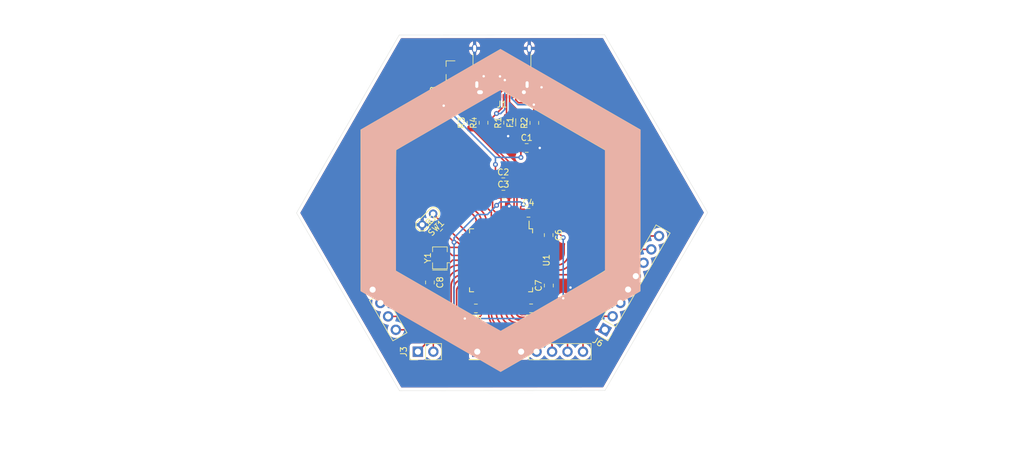
<source format=kicad_pcb>
(kicad_pcb (version 20171130) (host pcbnew "(5.1.6)-1")
  (layers (0 F.Cu signal) (31 B.Cu signal) (34 B.Paste user) (35 F.Paste user) (36 B.SilkS user) (37 F.SilkS user) (38 B.Mask user) (39 F.Mask user) (44 Edge.Cuts user))
  (net 0 "")
  (net 1 GND)
  (net 2 +5V)
  (net 3 "Net-(F1-Pad2)")
  (net 4 D-)
  (net 5 D+)
  (net 6 "Net-(J1-PadB5)")
  (net 7 +3V3)
  (net 8 "Net-(J1-PadA5)")
  (net 9 RESET)
  (net 10 "Net-(R4-Pad1)")
  (net 11 XTAL1)
  (net 12 XTAL2)
  (net 13 GCCD3.3v)
  (net 14 GCCD5v)
  (net 15 "Net-(C3-Pad1)")
  (net 16 "Net-(R3-Pad1)")
  (net 17 "Net-(R5-Pad2)")
  (net 18 "Net-(J1-PadB10)")
  (net 19 "Net-(J1-PadB8)")
  (net 20 "Net-(J1-PadB3)")
  (net 21 "Net-(J1-PadA8)")
  (net 22 "Net-(J1-PadA10)")
  (net 23 "Net-(J1-PadA3)")
  (net 24 "Net-(U1-Pad42)")
  (net 25 BTN_LS)
  (net 26 BTN_Y)
  (net 27 BTN_R)
  (net 28 BTN_UP)
  (net 29 BTN_Z)
  (net 30 BTN_X)
  (net 31 BTN_B)
  (net 32 BTN_CR)
  (net 33 BTN_A)
  (net 34 BTN_CD)
  (net 35 BTN_CU)
  (net 36 BTN_CL)
  (net 37 BTN_START)
  (net 38 BTN_MODY)
  (net 39 BTN_MODX)
  (net 40 BTN_RIGHT)
  (net 41 BTN_DOWN)
  (net 42 BTN_LEFT)
  (net 43 BTN_L)
  (net 44 BTN_MS)
  (net 45 "Net-(U1-Pad41)")
  (net 46 "Net-(U1-Pad40)")
  (net 47 "Net-(U1-Pad39)")
  (net 48 "Net-(U1-Pad1)")
  (module Outlines:shine (layer F.Cu) (at 211.761873 92.751599 60)
    (fp_text reference G*** hide)
    (fp_text value LOGO hide)
  )
  (module Outlines:shine (layer B.Cu) (at 211.799973 92.81759)
    (fp_text reference G*** hide)
    (fp_text value LOGO hide)
  )
  (module Connector_PinHeader_2.54mm:PinHeader_1x04_P2.54mm_Vertical (layer F.Cu) (at 190.6016 105.9053 30)
    (fp_text reference J2 (at 0 -2.33 30) (layer F.SilkS))
    (fp_text value Conn_01x04)
    (pad 4 thru_hole oval (at 0 7.62 30) (size 1.7 1.7) (drill 1) (layers *.Cu *.Mask) (net 40 BTN_RIGHT))
    (pad 3 thru_hole oval (at 0 5.08 30) (size 1.7 1.7) (drill 1) (layers *.Cu *.Mask) (net 41 BTN_DOWN))
    (pad 2 thru_hole oval (at 0 2.54 30) (size 1.7 1.7) (drill 1) (layers *.Cu *.Mask) (net 42 BTN_LEFT))
    (pad 1 thru_hole rect (at 0 0 30) (size 1.7 1.7) (drill 1) (layers *.Cu *.Mask) (net 43 BTN_L))
  )
  (module Connector_PinHeader_2.54mm:PinHeader_1x08_P2.54mm_Vertical (layer F.Cu) (at 228.7397 112.4839 150)
    (fp_text reference J6 (at 0 -2.33 150) (layer F.SilkS))
    (fp_text value Conn_01x08)
    (pad 8 thru_hole oval (at 0 17.78 150) (size 1.7 1.7) (drill 1) (layers *.Cu *.Mask) (net 44 BTN_MS))
    (pad 7 thru_hole oval (at 0 15.24 150) (size 1.7 1.7) (drill 1) (layers *.Cu *.Mask) (net 25 BTN_LS))
    (pad 6 thru_hole oval (at 0 12.7 150) (size 1.7 1.7) (drill 1) (layers *.Cu *.Mask) (net 26 BTN_Y))
    (pad 5 thru_hole oval (at 0 10.16 150) (size 1.7 1.7) (drill 1) (layers *.Cu *.Mask) (net 27 BTN_R))
    (pad 4 thru_hole oval (at 0 7.62 150) (size 1.7 1.7) (drill 1) (layers *.Cu *.Mask) (net 28 BTN_UP))
    (pad 3 thru_hole oval (at 0 5.08 150) (size 1.7 1.7) (drill 1) (layers *.Cu *.Mask) (net 29 BTN_Z))
    (pad 2 thru_hole oval (at 0 2.54 150) (size 1.7 1.7) (drill 1) (layers *.Cu *.Mask) (net 30 BTN_X))
    (pad 1 thru_hole rect (at 0 0 150) (size 1.7 1.7) (drill 1) (layers *.Cu *.Mask) (net 31 BTN_B))
  )
  (module Connector_PinHeader_2.54mm:PinHeader_1x05_P2.54mm_Vertical (layer F.Cu) (at 214.9856 116.1034 90)
    (fp_text reference J5 (at 0 -2.33 90) (layer F.SilkS))
    (fp_text value Conn_01x05)
    (pad 5 thru_hole oval (at 0 10.16 90) (size 1.7 1.7) (drill 1) (layers *.Cu *.Mask) (net 32 BTN_CR))
    (pad 4 thru_hole oval (at 0 7.62 90) (size 1.7 1.7) (drill 1) (layers *.Cu *.Mask) (net 33 BTN_A))
    (pad 3 thru_hole oval (at 0 5.08 90) (size 1.7 1.7) (drill 1) (layers *.Cu *.Mask) (net 34 BTN_CD))
    (pad 2 thru_hole oval (at 0 2.54 90) (size 1.7 1.7) (drill 1) (layers *.Cu *.Mask) (net 35 BTN_CU))
    (pad 1 thru_hole rect (at 0 0 90) (size 1.7 1.7) (drill 1) (layers *.Cu *.Mask) (net 36 BTN_CL))
  )
  (module Connector_PinHeader_2.54mm:PinHeader_1x01_P2.54mm_Vertical (layer F.Cu) (at 207.7847 116.1034)
    (fp_text reference J4 (at 0 -2.33) (layer F.SilkS))
    (fp_text value Conn_01x01)
    (pad 1 thru_hole rect (at 0 0) (size 1.7 1.7) (drill 1) (layers *.Cu *.Mask) (net 37 BTN_START))
  )
  (module Connector_PinHeader_2.54mm:PinHeader_1x02_P2.54mm_Vertical (layer F.Cu) (at 198.0311 116.1034 90)
    (fp_text reference J3 (at 0 -2.33 90) (layer F.SilkS))
    (fp_text value Conn_01x02)
    (pad 2 thru_hole oval (at 0 2.54 90) (size 1.7 1.7) (drill 1) (layers *.Cu *.Mask) (net 38 BTN_MODY))
    (pad 1 thru_hole rect (at 0 0 90) (size 1.7 1.7) (drill 1) (layers *.Cu *.Mask) (net 39 BTN_MODX))
  )
  (module Capacitor_SMD:C_0805_2012Metric (layer F.Cu) (at 200.0123 104.7242 270)
    (fp_text reference C8 (at 0 -1.65 90) (layer F.SilkS))
    (fp_text value 0.1u)
    (pad 2 smd roundrect (at 0.9375 0 270) (size 0.975 1.4) (layers F.Cu F.Paste F.Mask) (net 1 GND))
    (pad 1 smd roundrect (at -0.9375 0 270) (size 0.975 1.4) (layers F.Cu F.Paste F.Mask) (net 2 +5V))
  )
  (module Package_QFP:TQFP-44_10x10mm_P0.8mm (layer F.Cu) (at 211.694046 101.083168 270)
    (fp_text reference U1 (at 0 -7.45 90) (layer F.SilkS))
    (fp_text value ATmega32U4-AU)
    (pad 44 smd rect (at -4 -5.7) (size 1.5 0.55) (layers F.Cu F.Paste F.Mask) (net 2 +5V))
    (pad 43 smd rect (at -3.2 -5.7) (size 1.5 0.55) (layers F.Cu F.Paste F.Mask) (net 1 GND))
    (pad 42 smd rect (at -2.4 -5.7) (size 1.5 0.55) (layers F.Cu F.Paste F.Mask) (net 24 "Net-(U1-Pad42)"))
    (pad 41 smd rect (at -1.6 -5.7) (size 1.5 0.55) (layers F.Cu F.Paste F.Mask) (net 45 "Net-(U1-Pad41)"))
    (pad 40 smd rect (at -0.8 -5.7) (size 1.5 0.55) (layers F.Cu F.Paste F.Mask) (net 46 "Net-(U1-Pad40)"))
    (pad 39 smd rect (at 0 -5.7) (size 1.5 0.55) (layers F.Cu F.Paste F.Mask) (net 47 "Net-(U1-Pad39)"))
    (pad 38 smd rect (at 0.8 -5.7) (size 1.5 0.55) (layers F.Cu F.Paste F.Mask) (net 44 BTN_MS))
    (pad 37 smd rect (at 1.6 -5.7) (size 1.5 0.55) (layers F.Cu F.Paste F.Mask) (net 25 BTN_LS))
    (pad 36 smd rect (at 2.4 -5.7) (size 1.5 0.55) (layers F.Cu F.Paste F.Mask) (net 26 BTN_Y))
    (pad 35 smd rect (at 3.2 -5.7) (size 1.5 0.55) (layers F.Cu F.Paste F.Mask) (net 1 GND))
    (pad 34 smd rect (at 4 -5.7) (size 1.5 0.55) (layers F.Cu F.Paste F.Mask) (net 2 +5V))
    (pad 33 smd rect (at 5.7 -4 270) (size 1.5 0.55) (layers F.Cu F.Paste F.Mask) (net 17 "Net-(R5-Pad2)"))
    (pad 32 smd rect (at 5.7 -3.2 270) (size 1.5 0.55) (layers F.Cu F.Paste F.Mask) (net 27 BTN_R))
    (pad 31 smd rect (at 5.7 -2.4 270) (size 1.5 0.55) (layers F.Cu F.Paste F.Mask) (net 28 BTN_UP))
    (pad 30 smd rect (at 5.7 -1.6 270) (size 1.5 0.55) (layers F.Cu F.Paste F.Mask) (net 29 BTN_Z))
    (pad 29 smd rect (at 5.7 -0.8 270) (size 1.5 0.55) (layers F.Cu F.Paste F.Mask) (net 30 BTN_X))
    (pad 28 smd rect (at 5.7 0 270) (size 1.5 0.55) (layers F.Cu F.Paste F.Mask) (net 31 BTN_B))
    (pad 27 smd rect (at 5.7 0.8 270) (size 1.5 0.55) (layers F.Cu F.Paste F.Mask) (net 32 BTN_CR))
    (pad 26 smd rect (at 5.7 1.6 270) (size 1.5 0.55) (layers F.Cu F.Paste F.Mask) (net 33 BTN_A))
    (pad 25 smd rect (at 5.7 2.4 270) (size 1.5 0.55) (layers F.Cu F.Paste F.Mask) (net 34 BTN_CD))
    (pad 24 smd rect (at 5.7 3.2 270) (size 1.5 0.55) (layers F.Cu F.Paste F.Mask) (net 2 +5V))
    (pad 23 smd rect (at 5.7 4 270) (size 1.5 0.55) (layers F.Cu F.Paste F.Mask) (net 1 GND))
    (pad 22 smd rect (at 4 5.7) (size 1.5 0.55) (layers F.Cu F.Paste F.Mask) (net 35 BTN_CU))
    (pad 21 smd rect (at 3.2 5.7) (size 1.5 0.55) (layers F.Cu F.Paste F.Mask) (net 36 BTN_CL))
    (pad 20 smd rect (at 2.4 5.7) (size 1.5 0.55) (layers F.Cu F.Paste F.Mask) (net 37 BTN_START))
    (pad 19 smd rect (at 1.6 5.7) (size 1.5 0.55) (layers F.Cu F.Paste F.Mask) (net 38 BTN_MODY))
    (pad 18 smd rect (at 0.8 5.7) (size 1.5 0.55) (layers F.Cu F.Paste F.Mask) (net 39 BTN_MODX))
    (pad 17 smd rect (at 0 5.7) (size 1.5 0.55) (layers F.Cu F.Paste F.Mask) (net 11 XTAL1))
    (pad 16 smd rect (at -0.8 5.7) (size 1.5 0.55) (layers F.Cu F.Paste F.Mask) (net 12 XTAL2))
    (pad 15 smd rect (at -1.6 5.7) (size 1.5 0.55) (layers F.Cu F.Paste F.Mask) (net 1 GND))
    (pad 14 smd rect (at -2.4 5.7) (size 1.5 0.55) (layers F.Cu F.Paste F.Mask) (net 2 +5V))
    (pad 13 smd rect (at -3.2 5.7) (size 1.5 0.55) (layers F.Cu F.Paste F.Mask) (net 9 RESET))
    (pad 12 smd rect (at -4 5.7) (size 1.5 0.55) (layers F.Cu F.Paste F.Mask) (net 40 BTN_RIGHT))
    (pad 11 smd rect (at -5.7 4 270) (size 1.5 0.55) (layers F.Cu F.Paste F.Mask) (net 41 BTN_DOWN))
    (pad 10 smd rect (at -5.7 3.2 270) (size 1.5 0.55) (layers F.Cu F.Paste F.Mask) (net 42 BTN_LEFT))
    (pad 9 smd rect (at -5.7 2.4 270) (size 1.5 0.55) (layers F.Cu F.Paste F.Mask) (net 43 BTN_L))
    (pad 8 smd rect (at -5.7 1.6 270) (size 1.5 0.55) (layers F.Cu F.Paste F.Mask) (net 14 GCCD5v))
    (pad 7 smd rect (at -5.7 0.8 270) (size 1.5 0.55) (layers F.Cu F.Paste F.Mask) (net 2 +5V))
    (pad 6 smd rect (at -5.7 0 270) (size 1.5 0.55) (layers F.Cu F.Paste F.Mask) (net 15 "Net-(C3-Pad1)"))
    (pad 5 smd rect (at -5.7 -0.8 270) (size 1.5 0.55) (layers F.Cu F.Paste F.Mask) (net 1 GND))
    (pad 4 smd rect (at -5.7 -1.6 270) (size 1.5 0.55) (layers F.Cu F.Paste F.Mask) (net 16 "Net-(R3-Pad1)"))
    (pad 3 smd rect (at -5.7 -2.4 270) (size 1.5 0.55) (layers F.Cu F.Paste F.Mask) (net 10 "Net-(R4-Pad1)"))
    (pad 2 smd rect (at -5.7 -3.2 270) (size 1.5 0.55) (layers F.Cu F.Paste F.Mask) (net 2 +5V))
    (pad 1 smd rect (at -5.7 -4 270) (size 1.5 0.55) (layers F.Cu F.Paste F.Mask) (net 48 "Net-(U1-Pad1)"))
  )
  (module Capacitor_SMD:C_0805_2012Metric (layer F.Cu) (at 219.5322 105.2322 90)
    (fp_text reference C7 (at 0 -1.68 90) (layer F.SilkS))
    (fp_text value 0.1u)
    (pad 2 smd roundrect (at 0.95 0 90) (size 1 1.45) (layers F.Cu F.Paste F.Mask) (net 1 GND))
    (pad 1 smd roundrect (at -0.95 0 90) (size 1 1.45) (layers F.Cu F.Paste F.Mask) (net 2 +5V))
  )
  (module Capacitor_SMD:C_0805_2012Metric (layer F.Cu) (at 219.5068 96.9391 270)
    (fp_text reference C6 (at 0 -1.65 90) (layer F.SilkS))
    (fp_text value 0.1u)
    (pad 2 smd roundrect (at 0.9375 0 270) (size 0.975 1.4) (layers F.Cu F.Paste F.Mask) (net 1 GND))
    (pad 1 smd roundrect (at -0.9375 0 270) (size 0.975 1.4) (layers F.Cu F.Paste F.Mask) (net 2 +5V))
  )
  (module Capacitor_SMD:C_0805_2012Metric (layer F.Cu) (at 207.5561 108.9914 180)
    (fp_text reference C5 (at 0 -1.65) (layer F.SilkS))
    (fp_text value 0.1u)
    (pad 2 smd roundrect (at 0.9375 0 180) (size 0.975 1.4) (layers F.Cu F.Paste F.Mask) (net 1 GND))
    (pad 1 smd roundrect (at -0.9375 0 180) (size 0.975 1.4) (layers F.Cu F.Paste F.Mask) (net 2 +5V))
  )
  (module Capacitor_SMD:C_0805_2012Metric (layer F.Cu) (at 216.1921 93.2688)
    (fp_text reference C4 (at 0 -1.65) (layer F.SilkS))
    (fp_text value 0.1u)
    (pad 2 smd roundrect (at 0.9375 0) (size 0.975 1.4) (layers F.Cu F.Paste F.Mask) (net 1 GND))
    (pad 1 smd roundrect (at -0.9375 0) (size 0.975 1.4) (layers F.Cu F.Paste F.Mask) (net 2 +5V))
  )
  (module Capacitor_SMD:C_0805_2012Metric (layer F.Cu) (at 212.0519 88.2523)
    (fp_text reference C2 (at 0 -1.65) (layer F.SilkS))
    (fp_text value 0.1u)
    (pad 2 smd roundrect (at 0.9375 0) (size 0.975 1.4) (layers F.Cu F.Paste F.Mask) (net 1 GND))
    (pad 1 smd roundrect (at -0.9375 0) (size 0.975 1.4) (layers F.Cu F.Paste F.Mask) (net 2 +5V))
  )
  (module Resistor_SMD:R_0805_2012Metric (layer F.Cu) (at 202.2729 73.4441 90)
    (fp_text reference R8 (at 0 -1.65 90) (layer F.SilkS))
    (fp_text value 10k)
    (pad 2 smd roundrect (at 0.9375 0 90) (size 0.975 1.4) (layers F.Cu F.Paste F.Mask) (net 14 GCCD5v))
    (pad 1 smd roundrect (at -0.9375 0 90) (size 0.975 1.4) (layers F.Cu F.Paste F.Mask) (net 2 +5V))
  )
  (module Resistor_SMD:R_0805_2012Metric (layer F.Cu) (at 205.1177 73.3933 270)
    (fp_text reference R6 (at 0 -1.65 90) (layer F.SilkS))
    (fp_text value 10k)
    (pad 2 smd roundrect (at 0.9375 0 270) (size 0.975 1.4) (layers F.Cu F.Paste F.Mask) (net 13 GCCD3.3v))
    (pad 1 smd roundrect (at -0.9375 0 270) (size 0.975 1.4) (layers F.Cu F.Paste F.Mask) (net 7 +3V3))
  )
  (module Package_TO_SOT_SMD:SOT-23 (layer F.Cu) (at 203.4286 69.8754 180)
    (fp_text reference Q1 (at 0 -2.5) (layer F.SilkS))
    (fp_text value BSS138)
    (pad 3 smd rect (at 1 0 180) (size 0.9 0.8) (layers F.Cu F.Paste F.Mask) (net 14 GCCD5v))
    (pad 2 smd rect (at -1 0.95 180) (size 0.9 0.8) (layers F.Cu F.Paste F.Mask) (net 13 GCCD3.3v))
    (pad 1 smd rect (at -1 -0.95 180) (size 0.9 0.8) (layers F.Cu F.Paste F.Mask) (net 7 +3V3))
  )
  (module TestPoint:TestPoint_2Pads_Pitch2.54mm_Drill0.8mm (layer F.Cu) (at 200.533 93.4339 225)
    (fp_text reference SW1 (at 1.3 -2 45) (layer F.SilkS))
    (fp_text value reset)
    (pad 2 thru_hole circle (at 2.54 0 225) (size 1.4 1.4) (drill 0.8) (layers *.Cu *.Mask) (net 1 GND))
    (pad 1 thru_hole circle (at 0 0 225) (size 1.4 1.4) (drill 0.8) (layers *.Cu *.Mask) (net 9 RESET))
  )
  (module Crystal:Resonator_SMD_muRata_CSTxExxV-3Pin_3.0x1.1mm (layer F.Cu) (at 201.6506 100.6856 90)
    (fp_text reference Y1 (at 0 -2 90) (layer F.SilkS))
    (fp_text value Resonator)
    (pad 3 smd rect (at 1.2 0 90) (size 0.4 1.9) (layers F.Cu F.Paste F.Mask) (net 12 XTAL2))
    (pad 2 smd rect (at 0 0 90) (size 0.4 1.9) (layers F.Cu F.Paste F.Mask) (net 1 GND))
    (pad 1 smd rect (at -1.2 0 90) (size 0.4 1.9) (layers F.Cu F.Paste F.Mask) (net 11 XTAL1))
  )
  (module Resistor_SMD:R_0805_2012Metric (layer F.Cu) (at 216.6239 108.9787 180)
    (fp_text reference R5 (at 0 -1.65) (layer F.SilkS))
    (fp_text value 10k)
    (pad 2 smd roundrect (at 0.9375 0 180) (size 0.975 1.4) (layers F.Cu F.Paste F.Mask) (net 17 "Net-(R5-Pad2)"))
    (pad 1 smd roundrect (at -0.9375 0 180) (size 0.975 1.4) (layers F.Cu F.Paste F.Mask) (net 1 GND))
  )
  (module Resistor_SMD:R_0805_2012Metric (layer F.Cu) (at 208.8134 78.4733 90)
    (fp_text reference R4 (at 0 -1.65 90) (layer F.SilkS))
    (fp_text value 22)
    (pad 2 smd roundrect (at 0.9375 0 90) (size 0.975 1.4) (layers F.Cu F.Paste F.Mask) (net 4 D-))
    (pad 1 smd roundrect (at -0.9375 0 90) (size 0.975 1.4) (layers F.Cu F.Paste F.Mask) (net 10 "Net-(R4-Pad1)"))
  )
  (module Resistor_SMD:R_0805_2012Metric (layer F.Cu) (at 206.8449 78.4752 90)
    (fp_text reference R3 (at 0 -1.65 90) (layer F.SilkS))
    (fp_text value 22)
    (pad 2 smd roundrect (at 0.9375 0 90) (size 0.975 1.4) (layers F.Cu F.Paste F.Mask) (net 5 D+))
    (pad 1 smd roundrect (at -0.9375 0 90) (size 0.975 1.4) (layers F.Cu F.Paste F.Mask) (net 16 "Net-(R3-Pad1)"))
  )
  (module Resistor_SMD:R_0805_2012Metric (layer F.Cu) (at 217.1573 78.4987 90)
    (fp_text reference R2 (at 0 -1.65 90) (layer F.SilkS))
    (fp_text value 5k1)
    (pad 2 smd roundrect (at 0.9375 0 90) (size 0.975 1.4) (layers F.Cu F.Paste F.Mask) (net 6 "Net-(J1-PadB5)"))
    (pad 1 smd roundrect (at -0.9375 0 90) (size 0.975 1.4) (layers F.Cu F.Paste F.Mask) (net 1 GND))
  )
  (module Resistor_SMD:R_0805_2012Metric (layer F.Cu) (at 212.852 78.4606 90)
    (fp_text reference R1 (at 0 -1.65 90) (layer F.SilkS))
    (fp_text value 5k1)
    (pad 2 smd roundrect (at 0.9375 0 90) (size 0.975 1.4) (layers F.Cu F.Paste F.Mask) (net 8 "Net-(J1-PadA5)"))
    (pad 1 smd roundrect (at -0.9375 0 90) (size 0.975 1.4) (layers F.Cu F.Paste F.Mask) (net 1 GND))
  )
  (module Resistor_SMD:R_0805_2012Metric (layer F.Cu) (at 201.407046 95.622167 45)
    (fp_text reference R7 (at 0 -1.65 45) (layer F.SilkS))
    (fp_text value 10k)
    (pad 2 smd roundrect (at 0.9375 0 45) (size 0.975 1.4) (layers F.Cu F.Paste F.Mask) (net 9 RESET))
    (pad 1 smd roundrect (at -0.9375 0 45) (size 0.975 1.4) (layers F.Cu F.Paste F.Mask) (net 2 +5V))
  )
  (module Connector_USB:USB_C_Receptacle_Amphenol_12401610E4-2A (layer F.Cu) (at 211.836 69.088 180)
    (fp_text reference J1 (at 0 -6.36) (layer F.SilkS))
    (fp_text value USB_C_Receptacle)
    (pad B12 smd rect (at -3 -3.32 180) (size 0.3 0.7) (layers F.Cu F.Paste F.Mask) (net 1 GND))
    (pad B11 smd rect (at -2.5 -3.32 180) (size 0.3 0.7) (layers F.Cu F.Paste F.Mask) (net 13 GCCD3.3v))
    (pad B10 smd rect (at -2 -3.32 180) (size 0.3 0.7) (layers F.Cu F.Paste F.Mask) (net 18 "Net-(J1-PadB10)"))
    (pad B9 smd rect (at -1.5 -3.32 180) (size 0.3 0.7) (layers F.Cu F.Paste F.Mask) (net 3 "Net-(F1-Pad2)"))
    (pad B8 smd rect (at -1 -3.32 180) (size 0.3 0.7) (layers F.Cu F.Paste F.Mask) (net 19 "Net-(J1-PadB8)"))
    (pad B7 smd rect (at -0.5 -3.32 180) (size 0.3 0.7) (layers F.Cu F.Paste F.Mask) (net 4 D-))
    (pad B6 smd rect (at 0 -3.32 180) (size 0.3 0.7) (layers F.Cu F.Paste F.Mask) (net 5 D+))
    (pad B5 smd rect (at 0.5 -3.32 180) (size 0.3 0.7) (layers F.Cu F.Paste F.Mask) (net 6 "Net-(J1-PadB5)"))
    (pad B4 smd rect (at 1 -3.32 180) (size 0.3 0.7) (layers F.Cu F.Paste F.Mask) (net 3 "Net-(F1-Pad2)"))
    (pad B3 smd rect (at 1.5 -3.32 180) (size 0.3 0.7) (layers F.Cu F.Paste F.Mask) (net 20 "Net-(J1-PadB3)"))
    (pad B2 smd rect (at 2 -3.32 180) (size 0.3 0.7) (layers F.Cu F.Paste F.Mask) (net 7 +3V3))
    (pad "" np_thru_hole circle (at -3.6 -4.36 180) (size 0.65 0.65) (drill 0.65) (layers *.Cu *.Mask))
    (pad "" np_thru_hole oval (at 3.6 -4.36 180) (size 0.95 0.65) (drill oval 0.95 0.65) (layers *.Cu *.Mask))
    (pad S1 thru_hole oval (at -4.49 2.84 180) (size 0.8 1.4) (drill oval 0.5 1.1) (layers *.Cu *.Mask) (net 1 GND))
    (pad S1 thru_hole oval (at 4.49 2.84 180) (size 0.8 1.4) (drill oval 0.5 1.1) (layers *.Cu *.Mask) (net 1 GND))
    (pad S1 thru_hole oval (at 4.13 -3.11 180) (size 0.8 1.4) (drill oval 0.5 1.1) (layers *.Cu *.Mask) (net 1 GND))
    (pad B1 smd rect (at 2.5 -3.32 180) (size 0.3 0.7) (layers F.Cu F.Paste F.Mask) (net 1 GND))
    (pad A11 smd rect (at 2.25 -5.02 180) (size 0.3 0.7) (layers F.Cu F.Paste F.Mask) (net 13 GCCD3.3v))
    (pad A8 smd rect (at 0.75 -5.02 180) (size 0.3 0.7) (layers F.Cu F.Paste F.Mask) (net 21 "Net-(J1-PadA8)"))
    (pad A9 smd rect (at 1.25 -5.02 180) (size 0.3 0.7) (layers F.Cu F.Paste F.Mask) (net 3 "Net-(F1-Pad2)"))
    (pad A10 smd rect (at 1.75 -5.02 180) (size 0.3 0.7) (layers F.Cu F.Paste F.Mask) (net 22 "Net-(J1-PadA10)"))
    (pad A12 smd rect (at 2.75 -5.02 180) (size 0.3 0.7) (layers F.Cu F.Paste F.Mask) (net 1 GND))
    (pad A7 smd rect (at 0.25 -5.02 180) (size 0.3 0.7) (layers F.Cu F.Paste F.Mask) (net 4 D-))
    (pad A6 smd rect (at -0.25 -5.02 180) (size 0.3 0.7) (layers F.Cu F.Paste F.Mask) (net 5 D+))
    (pad A5 smd rect (at -0.75 -5.02 180) (size 0.3 0.7) (layers F.Cu F.Paste F.Mask) (net 8 "Net-(J1-PadA5)"))
    (pad A4 smd rect (at -1.25 -5.02 180) (size 0.3 0.7) (layers F.Cu F.Paste F.Mask) (net 3 "Net-(F1-Pad2)"))
    (pad A3 smd rect (at -1.75 -5.02 180) (size 0.3 0.7) (layers F.Cu F.Paste F.Mask) (net 23 "Net-(J1-PadA3)"))
    (pad A2 smd rect (at -2.25 -5.02 180) (size 0.3 0.7) (layers F.Cu F.Paste F.Mask) (net 7 +3V3))
    (pad A1 smd rect (at -2.75 -5.02 180) (size 0.3 0.7) (layers F.Cu F.Paste F.Mask) (net 1 GND))
    (pad S1 thru_hole oval (at -4.13 -3.11 180) (size 0.8 1.4) (drill oval 0.5 1.1) (layers *.Cu *.Mask) (net 1 GND))
  )
  (module Fuse:Fuse_1206_3216Metric (layer F.Cu) (at 215.011 78.4098 90)
    (fp_text reference F1 (at 0 -1.82 90) (layer F.SilkS))
    (fp_text value 500mA)
    (pad 2 smd roundrect (at 1.4 0 90) (size 1.25 1.75) (layers F.Cu F.Paste F.Mask) (roundrect_rratio 0.2) (net 3 "Net-(F1-Pad2)"))
    (pad 1 smd roundrect (at -1.4 0 90) (size 1.25 1.75) (layers F.Cu F.Paste F.Mask) (roundrect_rratio 0.2) (net 2 +5V))
  )
  (module Capacitor_SMD:C_0805_2012Metric (layer F.Cu) (at 212.075046 90.288167)
    (fp_text reference C3 (at 0 -1.68) (layer F.SilkS))
    (fp_text value 1u)
    (pad 2 smd roundrect (at 0.9375 0) (size 0.975 1.4) (layers F.Cu F.Paste F.Mask) (net 1 GND))
    (pad 1 smd roundrect (at -0.9375 0) (size 0.975 1.4) (layers F.Cu F.Paste F.Mask) (net 15 "Net-(C3-Pad1)"))
  )
  (module Capacitor_SMD:C_0805_2012Metric (layer F.Cu) (at 215.9 82.6135)
    (fp_text reference C1 (at 0 -1.68) (layer F.SilkS))
    (fp_text value 4.7u)
    (pad 2 smd roundrect (at 0.9375 0) (size 0.975 1.4) (layers F.Cu F.Paste F.Mask) (net 1 GND))
    (pad 1 smd roundrect (at -0.9375 0) (size 0.975 1.4) (layers F.Cu F.Paste F.Mask) (net 2 +5V))
  )
  (gr_line (start 194.9577 64.0461) (end 178.101397 93.292873) (layer Edge.Cuts) (width 0.05))
  (gr_line (start 178.101397 93.292873) (end 195.001694 122.514246) (layer Edge.Cuts) (width 0.05))
  (gr_line (start 195.001694 122.514246) (end 228.758294 122.488846) (layer Edge.Cuts) (width 0.05))
  (gr_line (start 228.758294 122.488846) (end 245.614597 93.242073) (layer Edge.Cuts) (width 0.05))
  (gr_line (start 245.614597 93.242073) (end 228.7143 64.0207) (layer Edge.Cuts) (width 0.05))
  (gr_line (start 194.9577 64.0461) (end 228.7143 64.0207) (layer Edge.Cuts) (width 0.05))
  (segment (start 215.756 72.408) (end 215.966 72.198) (width 0.25) (layer F.Cu) (net 1))
  (segment (start 214.836 72.408) (end 215.756 72.408) (width 0.25) (layer F.Cu) (net 1))
  (segment (start 207.916 72.408) (end 207.706 72.198) (width 0.25) (layer F.Cu) (net 1))
  (segment (start 209.336 72.408) (end 207.916 72.408) (width 0.25) (layer F.Cu) (net 1))
  (via (at 218.0463 82.6135) (size 0.8) (drill 0.4) (layers F.Cu B.Cu) (net 1))
  (segment (start 216.85 82.6135) (end 218.0463 82.6135) (width 0.25) (layer F.Cu) (net 1))
  (segment (start 212.852 79.3731) (end 212.852 80.6704) (width 0.25) (layer F.Cu) (net 1))
  (via (at 212.852 80.6704) (size 0.8) (drill 0.4) (layers F.Cu B.Cu) (net 1))
  (segment (start 217.1573 82.3062) (end 216.85 82.6135) (width 0.25) (layer F.Cu) (net 1))
  (segment (start 217.1573 79.4112) (end 217.1573 82.3062) (width 0.25) (layer F.Cu) (net 1))
  (segment (start 216.086001 72.318001) (end 215.966 72.198) (width 0.25) (layer F.Cu) (net 1))
  (segment (start 216.086001 73.760001) (end 216.086001 72.318001) (width 0.25) (layer F.Cu) (net 1))
  (segment (start 215.738002 74.108) (end 216.086001 73.760001) (width 0.25) (layer F.Cu) (net 1))
  (segment (start 214.586 74.108) (end 215.738002 74.108) (width 0.25) (layer F.Cu) (net 1))
  (segment (start 207.43599 73.717242) (end 207.43599 72.46801) (width 0.25) (layer F.Cu) (net 1))
  (segment (start 207.826748 74.108) (end 207.43599 73.717242) (width 0.25) (layer F.Cu) (net 1))
  (segment (start 207.43599 72.46801) (end 207.706 72.198) (width 0.25) (layer F.Cu) (net 1))
  (segment (start 209.086 74.108) (end 207.826748 74.108) (width 0.25) (layer F.Cu) (net 1))
  (segment (start 213.025046 92.206755) (end 213.025046 90.288167) (width 0.25) (layer F.Cu) (net 1))
  (via (at 213.025046 92.206755) (size 0.8) (drill 0.4) (layers F.Cu B.Cu) (net 1))
  (segment (start 213.025046 92.206755) (end 213.025046 93.018144) (width 0.25) (layer F.Cu) (net 1))
  (segment (start 215.011 82.5525) (end 214.95 82.6135) (width 0.25) (layer F.Cu) (net 2))
  (segment (start 215.011 79.8098) (end 215.011 82.5525) (width 0.25) (layer F.Cu) (net 2))
  (segment (start 202.2729 74.3816) (end 202.2729 75.6666) (width 0.25) (layer F.Cu) (net 2))
  (via (at 202.2729 75.6666) (size 0.8) (drill 0.4) (layers F.Cu B.Cu) (net 2))
  (segment (start 202.2729 75.6666) (end 210.7692 84.1629) (width 0.25) (layer B.Cu) (net 2))
  (via (at 214.9475 84.1756) (size 0.8) (drill 0.4) (layers F.Cu B.Cu) (net 2))
  (segment (start 210.7692 84.1629) (end 214.9348 84.1629) (width 0.25) (layer B.Cu) (net 2))
  (segment (start 214.9348 84.1629) (end 214.9475 84.1756) (width 0.25) (layer B.Cu) (net 2))
  (segment (start 214.9475 82.616) (end 214.95 82.6135) (width 0.25) (layer F.Cu) (net 2))
  (segment (start 214.9475 84.1756) (end 214.9475 82.616) (width 0.25) (layer F.Cu) (net 2))
  (segment (start 215.3285 91.8972) (end 215.3285 91.8972) (width 0.25) (layer F.Cu) (net 2))
  (via (at 215.3285 91.8972) (size 0.8) (drill 0.4) (layers F.Cu B.Cu) (net 2))
  (segment (start 210.300036 89.066665) (end 211.1144 88.2523) (width 0.25) (layer F.Cu) (net 2))
  (segment (start 210.300036 92.712146) (end 210.300036 89.066665) (width 0.25) (layer F.Cu) (net 2))
  (via (at 210.9586 92.0496) (size 0.8) (drill 0.4) (layers F.Cu B.Cu) (net 2))
  (segment (start 211.526447 91.481753) (end 210.9586 92.0496) (width 0.25) (layer B.Cu) (net 2))
  (segment (start 215.3285 91.8972) (end 214.913053 91.481753) (width 0.25) (layer B.Cu) (net 2))
  (segment (start 214.913053 91.481753) (end 211.526447 91.481753) (width 0.25) (layer B.Cu) (net 2))
  (segment (start 210.300036 92.708164) (end 210.300036 92.712146) (width 0.25) (layer F.Cu) (net 2))
  (segment (start 210.9586 92.0496) (end 210.300036 92.708164) (width 0.25) (layer F.Cu) (net 2))
  (segment (start 213.086 73.258) (end 213.086 74.108) (width 0.25) (layer F.Cu) (net 3))
  (segment (start 213.336 73.008) (end 213.086 73.258) (width 0.25) (layer F.Cu) (net 3))
  (segment (start 213.336 72.408) (end 213.336 73.008) (width 0.25) (layer F.Cu) (net 3))
  (segment (start 210.586 73.522998) (end 210.586 74.108) (width 0.25) (layer F.Cu) (net 3))
  (segment (start 210.836 73.272998) (end 210.586 73.522998) (width 0.25) (layer F.Cu) (net 3))
  (segment (start 210.836 72.408) (end 210.836 73.272998) (width 0.25) (layer F.Cu) (net 3))
  (segment (start 213.086 74.108) (end 213.086 74.2242) (width 0.25) (layer F.Cu) (net 3))
  (segment (start 213.336 72.408) (end 213.336 71.459408) (width 0.25) (layer F.Cu) (net 3))
  (segment (start 213.086 75.0848) (end 215.011 77.0098) (width 0.25) (layer F.Cu) (net 3))
  (segment (start 213.086 74.108) (end 213.086 75.0848) (width 0.25) (layer F.Cu) (net 3))
  (segment (start 211.165734 70.127109) (end 212.003701 70.127109) (width 0.25) (layer F.Cu) (net 3))
  (segment (start 210.788734 70.504109) (end 211.165734 70.127109) (width 0.25) (layer F.Cu) (net 3))
  (segment (start 210.788734 71.200111) (end 210.788734 70.504109) (width 0.25) (layer F.Cu) (net 3))
  (segment (start 210.836 71.247377) (end 210.788734 71.200111) (width 0.25) (layer F.Cu) (net 3))
  (segment (start 210.836 72.408) (end 210.836 71.247377) (width 0.25) (layer F.Cu) (net 3))
  (segment (start 212.003701 70.127109) (end 212.225796 70.349204) (width 0.25) (layer F.Cu) (net 3))
  (segment (start 213.336 71.459408) (end 212.225796 70.349204) (width 0.25) (layer F.Cu) (net 3))
  (segment (start 212.336 73.008) (end 212.1666 73.1774) (width 0.25) (layer F.Cu) (net 4))
  (segment (start 212.336 72.408) (end 212.336 73.008) (width 0.25) (layer F.Cu) (net 4))
  (segment (start 211.586 73.522998) (end 211.586 74.108) (width 0.25) (layer F.Cu) (net 4))
  (segment (start 211.931598 73.1774) (end 211.586 73.522998) (width 0.25) (layer F.Cu) (net 4))
  (segment (start 212.1666 73.1774) (end 211.931598 73.1774) (width 0.25) (layer F.Cu) (net 4))
  (segment (start 211.586 74.108) (end 211.586 74.708) (width 0.25) (layer F.Cu) (net 4))
  (segment (start 211.586 74.708) (end 211.510999 74.783001) (width 0.25) (layer F.Cu) (net 4))
  (segment (start 211.510999 74.783001) (end 210.147409 74.783001) (width 0.25) (layer F.Cu) (net 4))
  (segment (start 208.8134 76.11701) (end 208.8134 77.5608) (width 0.25) (layer F.Cu) (net 4))
  (segment (start 210.147409 74.783001) (end 208.8134 76.11701) (width 0.25) (layer F.Cu) (net 4))
  (segment (start 207.68051 78.39831) (end 206.8449 77.5627) (width 0.25) (layer F.Cu) (net 5))
  (segment (start 209.50158 78.39831) (end 207.68051 78.39831) (width 0.25) (layer F.Cu) (net 5))
  (segment (start 212.086 74.108) (end 212.086 75.81389) (width 0.25) (layer F.Cu) (net 5))
  (via (at 212.309286 71.457999) (size 0.8) (drill 0.4) (layers F.Cu B.Cu) (net 5))
  (segment (start 211.836 72.408) (end 211.836 71.931285) (width 0.25) (layer F.Cu) (net 5))
  (segment (start 211.836 71.931285) (end 212.309286 71.457999) (width 0.25) (layer F.Cu) (net 5))
  (segment (start 212.309286 71.457999) (end 212.309286 76.285514) (width 0.25) (layer B.Cu) (net 5))
  (via (at 210.942445 76.957445) (size 0.8) (drill 0.4) (layers F.Cu B.Cu) (net 5))
  (segment (start 211.637355 76.957445) (end 210.942445 76.957445) (width 0.25) (layer B.Cu) (net 5))
  (segment (start 212.086 75.81389) (end 210.942445 76.957445) (width 0.25) (layer F.Cu) (net 5))
  (segment (start 212.309286 76.285514) (end 211.637355 76.957445) (width 0.25) (layer B.Cu) (net 5))
  (segment (start 210.942445 76.957445) (end 209.50158 78.39831) (width 0.25) (layer F.Cu) (net 5))
  (segment (start 211.336 72.408) (end 211.336 71.029845) (width 0.25) (layer F.Cu) (net 6))
  (via (at 211.513735 70.85211) (size 0.8) (drill 0.4) (layers F.Cu B.Cu) (net 6))
  (segment (start 211.336 71.029845) (end 211.513735 70.85211) (width 0.25) (layer F.Cu) (net 6))
  (segment (start 212.657287 70.732998) (end 213.4235 71.499211) (width 0.25) (layer B.Cu) (net 6))
  (segment (start 211.961285 70.732998) (end 212.657287 70.732998) (width 0.25) (layer B.Cu) (net 6))
  (segment (start 211.513735 70.85211) (end 211.842173 70.85211) (width 0.25) (layer B.Cu) (net 6))
  (segment (start 211.842173 70.85211) (end 211.961285 70.732998) (width 0.25) (layer B.Cu) (net 6))
  (segment (start 213.4235 71.499211) (end 213.4235 74.4728) (width 0.25) (layer B.Cu) (net 6))
  (segment (start 213.4235 74.4728) (end 214.4522 75.5015) (width 0.25) (layer B.Cu) (net 6))
  (via (at 217.0684 75.5015) (size 0.8) (drill 0.4) (layers F.Cu B.Cu) (net 6))
  (segment (start 214.4522 75.5015) (end 217.0684 75.5015) (width 0.25) (layer B.Cu) (net 6))
  (segment (start 217.0684 77.4973) (end 217.1573 77.5862) (width 0.25) (layer F.Cu) (net 6))
  (segment (start 217.0684 75.5015) (end 217.0684 77.4973) (width 0.25) (layer F.Cu) (net 6))
  (segment (start 209.836 71.822998) (end 208.838402 70.8254) (width 0.25) (layer F.Cu) (net 7))
  (segment (start 209.836 72.408) (end 209.836 71.822998) (width 0.25) (layer F.Cu) (net 7))
  (segment (start 205.1177 70.8406) (end 205.1025 70.8254) (width 0.25) (layer F.Cu) (net 7))
  (segment (start 205.1177 72.4558) (end 205.1177 70.8406) (width 0.25) (layer F.Cu) (net 7))
  (segment (start 208.838402 70.8254) (end 205.1025 70.8254) (width 0.25) (layer F.Cu) (net 7))
  (segment (start 205.1025 70.8254) (end 204.4286 70.8254) (width 0.25) (layer F.Cu) (net 7))
  (segment (start 214.086 74.708) (end 214.562 75.184) (width 0.25) (layer F.Cu) (net 7))
  (segment (start 214.086 74.108) (end 214.086 74.708) (width 0.25) (layer F.Cu) (net 7))
  (segment (start 214.562 75.184) (end 215.7984 75.184) (width 0.25) (layer F.Cu) (net 7))
  (segment (start 215.7984 75.184) (end 218.3384 72.644) (width 0.25) (layer F.Cu) (net 7))
  (via (at 218.3384 72.644) (size 0.8) (drill 0.4) (layers F.Cu B.Cu) (net 7))
  (via (at 208.838402 70.8254) (size 0.8) (drill 0.4) (layers F.Cu B.Cu) (net 7))
  (segment (start 209.536693 70.127109) (end 208.838402 70.8254) (width 0.25) (layer B.Cu) (net 7))
  (segment (start 215.821509 70.127109) (end 209.536693 70.127109) (width 0.25) (layer B.Cu) (net 7))
  (segment (start 218.3384 72.644) (end 215.821509 70.127109) (width 0.25) (layer B.Cu) (net 7))
  (segment (start 212.586 77.2821) (end 212.852 77.5481) (width 0.25) (layer F.Cu) (net 8))
  (segment (start 212.586 74.108) (end 212.586 77.2821) (width 0.25) (layer F.Cu) (net 8))
  (segment (start 202.08781 94.976932) (end 202.052281 94.976932) (width 0.25) (layer F.Cu) (net 9))
  (segment (start 204.994046 97.883168) (end 202.08781 94.976932) (width 0.25) (layer F.Cu) (net 9))
  (segment (start 202.052281 94.953181) (end 200.533 93.4339) (width 0.25) (layer F.Cu) (net 9))
  (segment (start 202.052281 94.976932) (end 202.052281 94.953181) (width 0.25) (layer F.Cu) (net 9))
  (segment (start 211.438402 68.9254) (end 204.4286 68.9254) (width 0.25) (layer F.Cu) (net 13))
  (segment (start 214.336 71.822998) (end 211.438402 68.9254) (width 0.25) (layer F.Cu) (net 13))
  (segment (start 214.336 72.408) (end 214.336 71.822998) (width 0.25) (layer F.Cu) (net 13))
  (segment (start 209.586 74.708) (end 208.5131 75.7809) (width 0.25) (layer F.Cu) (net 13))
  (segment (start 209.586 74.108) (end 209.586 74.708) (width 0.25) (layer F.Cu) (net 13))
  (segment (start 206.5678 75.7809) (end 205.1177 74.3308) (width 0.25) (layer F.Cu) (net 13))
  (segment (start 208.5131 75.7809) (end 206.5678 75.7809) (width 0.25) (layer F.Cu) (net 13))
  (segment (start 203.4159 69.9381) (end 204.4286 68.9254) (width 0.25) (layer F.Cu) (net 13))
  (segment (start 205.1177 74.3308) (end 203.4159 72.629) (width 0.25) (layer F.Cu) (net 13))
  (segment (start 203.4159 72.629) (end 203.4159 69.9381) (width 0.25) (layer F.Cu) (net 13))
  (segment (start 202.4286 72.3509) (end 202.2729 72.5066) (width 0.25) (layer F.Cu) (net 14))
  (segment (start 202.4286 69.8754) (end 202.4286 72.3509) (width 0.25) (layer F.Cu) (net 14))
  (segment (start 219.500232 97.883168) (end 219.5068 97.8766) (width 0.25) (layer F.Cu) (net 1))
  (segment (start 217.394046 97.883168) (end 219.500232 97.883168) (width 0.25) (layer F.Cu) (net 1))
  (segment (start 219.531232 104.283168) (end 219.5322 104.2822) (width 0.25) (layer F.Cu) (net 1))
  (segment (start 217.394046 104.283168) (end 219.531232 104.283168) (width 0.25) (layer F.Cu) (net 1))
  (segment (start 212.494046 93.549144) (end 212.494046 95.383168) (width 0.25) (layer F.Cu) (net 1))
  (segment (start 213.025046 93.018144) (end 212.494046 93.549144) (width 0.25) (layer F.Cu) (net 1))
  (segment (start 207.694046 107.915954) (end 206.6186 108.9914) (width 0.25) (layer F.Cu) (net 1))
  (segment (start 207.694046 106.783168) (end 207.694046 107.915954) (width 0.25) (layer F.Cu) (net 1))
  (segment (start 212.494046 96.383168) (end 212.494046 95.383168) (width 0.25) (layer F.Cu) (net 1))
  (segment (start 213.994046 97.883168) (end 212.494046 96.383168) (width 0.25) (layer F.Cu) (net 1))
  (segment (start 217.394046 97.883168) (end 213.994046 97.883168) (width 0.25) (layer F.Cu) (net 1))
  (segment (start 212.394046 99.483168) (end 213.994046 97.883168) (width 0.25) (layer F.Cu) (net 1))
  (segment (start 205.994046 99.483168) (end 212.394046 99.483168) (width 0.25) (layer F.Cu) (net 1))
  (segment (start 212.394046 100.283168) (end 212.394046 99.483168) (width 0.25) (layer F.Cu) (net 1))
  (segment (start 216.394046 104.283168) (end 212.394046 100.283168) (width 0.25) (layer F.Cu) (net 1))
  (segment (start 217.394046 104.283168) (end 216.394046 104.283168) (width 0.25) (layer F.Cu) (net 1))
  (via (at 223.0882 105.5624) (size 0.8) (drill 0.4) (layers F.Cu B.Cu) (net 1))
  (segment (start 200.4506 100.6856) (end 201.6506 100.6856) (width 0.25) (layer F.Cu) (net 1))
  (segment (start 200.375599 100.610599) (end 200.4506 100.6856) (width 0.25) (layer F.Cu) (net 1))
  (segment (start 200.375599 99.025599) (end 200.375599 100.610599) (width 0.25) (layer F.Cu) (net 1))
  (segment (start 204.661475 98.960599) (end 200.440599 98.960599) (width 0.25) (layer F.Cu) (net 1))
  (segment (start 200.440599 98.960599) (end 200.375599 99.025599) (width 0.25) (layer F.Cu) (net 1))
  (segment (start 205.184044 99.483168) (end 204.661475 98.960599) (width 0.25) (layer F.Cu) (net 1))
  (segment (start 205.994046 99.483168) (end 205.184044 99.483168) (width 0.25) (layer F.Cu) (net 1))
  (segment (start 210.7692 84.1629) (end 210.7692 85.3313) (width 0.25) (layer B.Cu) (net 2))
  (segment (start 210.7692 85.3313) (end 210.7692 85.3313) (width 0.25) (layer B.Cu) (net 2))
  (via (at 210.7692 85.3313) (size 0.8) (drill 0.4) (layers F.Cu B.Cu) (net 2))
  (segment (start 210.7692 87.9071) (end 211.1144 88.2523) (width 0.25) (layer F.Cu) (net 2))
  (segment (start 210.7692 85.3313) (end 210.7692 87.9071) (width 0.25) (layer F.Cu) (net 2))
  (segment (start 217.394046 97.083168) (end 218.425232 97.083168) (width 0.25) (layer F.Cu) (net 2))
  (segment (start 218.433168 105.083168) (end 219.5322 106.1822) (width 0.25) (layer F.Cu) (net 2))
  (segment (start 217.394046 105.083168) (end 218.433168 105.083168) (width 0.25) (layer F.Cu) (net 2))
  (segment (start 210.894046 93.302174) (end 210.894046 95.383168) (width 0.25) (layer F.Cu) (net 2))
  (segment (start 210.300036 92.708164) (end 210.894046 93.302174) (width 0.25) (layer F.Cu) (net 2))
  (segment (start 214.894046 93.614354) (end 214.894046 95.383168) (width 0.25) (layer F.Cu) (net 2))
  (segment (start 215.3285 91.8972) (end 214.894045 92.331654) (width 0.25) (layer F.Cu) (net 2))
  (segment (start 214.894045 92.331654) (end 214.894046 93.614354) (width 0.25) (layer F.Cu) (net 2))
  (segment (start 208.4936 106.783614) (end 208.494046 106.783168) (width 0.25) (layer F.Cu) (net 2))
  (segment (start 210.9586 92.0496) (end 209.4473 93.5609) (width 0.25) (layer B.Cu) (net 2))
  (segment (start 209.4473 93.5609) (end 207.7847 93.5609) (width 0.25) (layer B.Cu) (net 2))
  (segment (start 207.7847 93.5609) (end 203.9747 97.3709) (width 0.25) (layer B.Cu) (net 2))
  (segment (start 203.9747 97.3709) (end 203.9747 98.1075) (width 0.25) (layer B.Cu) (net 2))
  (segment (start 203.9747 106.299) (end 203.9747 108.8898) (width 0.25) (layer B.Cu) (net 2))
  (segment (start 203.9747 108.8898) (end 205.74 110.6551) (width 0.25) (layer B.Cu) (net 2))
  (segment (start 205.74 110.6551) (end 218.5543 110.6551) (width 0.25) (layer B.Cu) (net 2))
  (segment (start 218.5543 110.6551) (end 221.8944 107.315) (width 0.25) (layer B.Cu) (net 2))
  (segment (start 221.8944 107.315) (end 221.8944 97.3455) (width 0.25) (layer B.Cu) (net 2))
  (segment (start 221.8944 97.3455) (end 221.8944 97.3455) (width 0.25) (layer B.Cu) (net 2))
  (via (at 221.8944 97.3455) (size 0.8) (drill 0.4) (layers F.Cu B.Cu) (net 2))
  (segment (start 221.8944 107.315) (end 221.8944 107.315) (width 0.25) (layer B.Cu) (net 2))
  (via (at 221.8944 107.315) (size 0.8) (drill 0.4) (layers F.Cu B.Cu) (net 2))
  (segment (start 220.665 107.315) (end 219.5322 106.1822) (width 0.25) (layer F.Cu) (net 2))
  (segment (start 221.8944 107.315) (end 220.665 107.315) (width 0.25) (layer F.Cu) (net 2))
  (segment (start 205.74 110.6551) (end 205.74 110.6551) (width 0.25) (layer B.Cu) (net 2))
  (via (at 205.74 110.6551) (size 0.8) (drill 0.4) (layers F.Cu B.Cu) (net 2))
  (segment (start 203.9747 98.1075) (end 203.9747 106.299) (width 0.25) (layer B.Cu) (net 2))
  (via (at 203.9747 98.1075) (size 0.8) (drill 0.4) (layers F.Cu B.Cu) (net 2))
  (segment (start 205.116053 98.683168) (end 205.994046 98.683168) (width 0.25) (layer F.Cu) (net 2))
  (segment (start 204.540385 98.1075) (end 205.116053 98.683168) (width 0.25) (layer F.Cu) (net 2))
  (segment (start 203.9747 98.1075) (end 204.540385 98.1075) (width 0.25) (layer F.Cu) (net 2))
  (segment (start 200.744133 96.28508) (end 200.74252 96.28508) (width 0.25) (layer F.Cu) (net 2))
  (segment (start 218.614436 96.893963) (end 218.425232 97.083168) (width 0.25) (layer F.Cu) (net 2))
  (segment (start 218.614436 96.893963) (end 218.759862 96.762154) (width 0.25) (layer F.Cu) (net 2))
  (segment (start 218.759862 96.762154) (end 218.917508 96.645236) (width 0.25) (layer F.Cu) (net 2))
  (segment (start 218.917508 96.645236) (end 219.085855 96.544333) (width 0.25) (layer F.Cu) (net 2))
  (segment (start 219.085855 96.544333) (end 219.263281 96.460416) (width 0.25) (layer F.Cu) (net 2))
  (segment (start 219.263281 96.460416) (end 219.448079 96.394295) (width 0.25) (layer F.Cu) (net 2))
  (segment (start 219.448079 96.394295) (end 219.638468 96.346605) (width 0.25) (layer F.Cu) (net 2))
  (segment (start 219.638468 96.346605) (end 219.832614 96.317806) (width 0.25) (layer F.Cu) (net 2))
  (segment (start 219.832614 96.317806) (end 220.028649 96.308176) (width 0.25) (layer F.Cu) (net 2))
  (segment (start 220.028649 96.308176) (end 220.224683 96.317806) (width 0.25) (layer F.Cu) (net 2))
  (segment (start 220.224683 96.317806) (end 220.418829 96.346605) (width 0.25) (layer F.Cu) (net 2))
  (segment (start 220.418829 96.346605) (end 220.609218 96.394295) (width 0.25) (layer F.Cu) (net 2))
  (segment (start 220.609218 96.394295) (end 220.794015 96.460417) (width 0.25) (layer F.Cu) (net 2))
  (segment (start 220.794015 96.460417) (end 220.971442 96.544334) (width 0.25) (layer F.Cu) (net 2))
  (segment (start 220.971442 96.544334) (end 221.139789 96.645237) (width 0.25) (layer F.Cu) (net 2))
  (segment (start 221.139789 96.645237) (end 221.297435 96.762156) (width 0.25) (layer F.Cu) (net 2))
  (segment (start 221.297435 96.762156) (end 221.442863 96.893963) (width 0.25) (layer F.Cu) (net 2))
  (segment (start 221.442863 96.893963) (end 221.8944 97.3455) (width 0.25) (layer F.Cu) (net 2))
  (segment (start 200.0123 103.7867) (end 199.21771 102.99211) (width 0.25) (layer F.Cu) (net 2))
  (segment (start 208.4936 109.6551) (end 208.4936 106.783614) (width 0.25) (layer F.Cu) (net 2))
  (segment (start 208.4936 109.6551) (end 208.488784 109.753117) (width 0.25) (layer F.Cu) (net 2))
  (segment (start 208.488784 109.753117) (end 208.474385 109.85019) (width 0.25) (layer F.Cu) (net 2))
  (segment (start 208.474385 109.85019) (end 208.45054 109.945384) (width 0.25) (layer F.Cu) (net 2))
  (segment (start 208.45054 109.945384) (end 208.417479 110.037783) (width 0.25) (layer F.Cu) (net 2))
  (segment (start 208.417479 110.037783) (end 208.375521 110.126496) (width 0.25) (layer F.Cu) (net 2))
  (segment (start 208.375521 110.126496) (end 208.325069 110.21067) (width 0.25) (layer F.Cu) (net 2))
  (segment (start 208.325069 110.21067) (end 208.26661 110.289493) (width 0.25) (layer F.Cu) (net 2))
  (segment (start 208.26661 110.289493) (end 208.200706 110.362206) (width 0.25) (layer F.Cu) (net 2))
  (segment (start 208.200706 110.362206) (end 208.127993 110.42811) (width 0.25) (layer F.Cu) (net 2))
  (segment (start 208.127993 110.42811) (end 208.04917 110.486569) (width 0.25) (layer F.Cu) (net 2))
  (segment (start 208.04917 110.486569) (end 207.964996 110.537021) (width 0.25) (layer F.Cu) (net 2))
  (segment (start 207.964996 110.537021) (end 207.876283 110.578979) (width 0.25) (layer F.Cu) (net 2))
  (segment (start 207.876283 110.578979) (end 207.783884 110.61204) (width 0.25) (layer F.Cu) (net 2))
  (segment (start 207.783884 110.61204) (end 207.68869 110.635885) (width 0.25) (layer F.Cu) (net 2))
  (segment (start 207.68869 110.635885) (end 207.591617 110.650284) (width 0.25) (layer F.Cu) (net 2))
  (segment (start 207.591617 110.650284) (end 207.4936 110.6551) (width 0.25) (layer F.Cu) (net 2))
  (segment (start 207.4936 110.6551) (end 205.74 110.6551) (width 0.25) (layer F.Cu) (net 2))
  (segment (start 199.924816 97.104396) (end 200.744133 96.28508) (width 0.25) (layer F.Cu) (net 2))
  (segment (start 199.924816 97.104396) (end 199.843108 97.190215) (width 0.25) (layer F.Cu) (net 2))
  (segment (start 199.843108 97.190215) (end 199.76571 97.279941) (width 0.25) (layer F.Cu) (net 2))
  (segment (start 199.76571 97.279941) (end 199.692808 97.373357) (width 0.25) (layer F.Cu) (net 2))
  (segment (start 199.692808 97.373357) (end 199.624577 97.470237) (width 0.25) (layer F.Cu) (net 2))
  (segment (start 199.624577 97.470237) (end 199.561182 97.570348) (width 0.25) (layer F.Cu) (net 2))
  (segment (start 199.561182 97.570348) (end 199.502776 97.67345) (width 0.25) (layer F.Cu) (net 2))
  (segment (start 199.502776 97.67345) (end 199.449499 97.779293) (width 0.25) (layer F.Cu) (net 2))
  (segment (start 199.449499 97.779293) (end 199.40148 97.887623) (width 0.25) (layer F.Cu) (net 2))
  (segment (start 199.40148 97.887623) (end 199.358834 97.998178) (width 0.25) (layer F.Cu) (net 2))
  (segment (start 199.358834 97.998178) (end 199.321664 98.110693) (width 0.25) (layer F.Cu) (net 2))
  (segment (start 199.321664 98.110693) (end 199.29006 98.224896) (width 0.25) (layer F.Cu) (net 2))
  (segment (start 199.29006 98.224896) (end 199.264097 98.340513) (width 0.25) (layer F.Cu) (net 2))
  (segment (start 199.264097 98.340513) (end 199.243839 98.457264) (width 0.25) (layer F.Cu) (net 2))
  (segment (start 199.243839 98.457264) (end 199.229334 98.574868) (width 0.25) (layer F.Cu) (net 2))
  (segment (start 199.229334 98.574868) (end 199.220617 98.693043) (width 0.25) (layer F.Cu) (net 2))
  (segment (start 199.220617 98.693043) (end 199.21771 98.811503) (width 0.25) (layer F.Cu) (net 2))
  (segment (start 199.21771 98.811503) (end 199.21771 102.99211) (width 0.25) (layer F.Cu) (net 2))
  (segment (start 203.142229 97.275029) (end 203.9747 98.1075) (width 0.25) (layer F.Cu) (net 2))
  (segment (start 203.142229 97.275029) (end 203.02208 97.160638) (width 0.25) (layer F.Cu) (net 2))
  (segment (start 203.02208 97.160638) (end 202.896464 97.052281) (width 0.25) (layer F.Cu) (net 2))
  (segment (start 202.896464 97.052281) (end 202.765683 96.950218) (width 0.25) (layer F.Cu) (net 2))
  (segment (start 202.765683 96.950218) (end 202.63005 96.854695) (width 0.25) (layer F.Cu) (net 2))
  (segment (start 202.63005 96.854695) (end 202.489894 96.765942) (width 0.25) (layer F.Cu) (net 2))
  (segment (start 202.489894 96.765942) (end 202.345553 96.684173) (width 0.25) (layer F.Cu) (net 2))
  (segment (start 202.345553 96.684173) (end 202.197372 96.609586) (width 0.25) (layer F.Cu) (net 2))
  (segment (start 202.197372 96.609586) (end 202.045711 96.542359) (width 0.25) (layer F.Cu) (net 2))
  (segment (start 202.045711 96.542359) (end 201.890933 96.482654) (width 0.25) (layer F.Cu) (net 2))
  (segment (start 201.890933 96.482654) (end 201.733412 96.430616) (width 0.25) (layer F.Cu) (net 2))
  (segment (start 201.733412 96.430616) (end 201.573528 96.386371) (width 0.25) (layer F.Cu) (net 2))
  (segment (start 201.573528 96.386371) (end 201.411665 96.350023) (width 0.25) (layer F.Cu) (net 2))
  (segment (start 201.411665 96.350023) (end 201.248214 96.321662) (width 0.25) (layer F.Cu) (net 2))
  (segment (start 201.248214 96.321662) (end 201.083567 96.301354) (width 0.25) (layer F.Cu) (net 2))
  (segment (start 201.083567 96.301354) (end 200.918123 96.28915) (width 0.25) (layer F.Cu) (net 2))
  (segment (start 200.918123 96.28915) (end 200.75228 96.28508) (width 0.25) (layer F.Cu) (net 2))
  (segment (start 200.75228 96.28508) (end 200.744133 96.28508) (width 0.25) (layer F.Cu) (net 2))
  (segment (start 204.994046 97.883168) (end 205.994046 97.883168) (width 0.25) (layer F.Cu) (net 9))
  (segment (start 214.094046 94.383168) (end 214.094046 95.383168) (width 0.25) (layer F.Cu) (net 10))
  (segment (start 214.300067 94.177147) (end 214.094046 94.383168) (width 0.25) (layer F.Cu) (net 10))
  (segment (start 208.8134 80.71979) (end 214.300067 86.206457) (width 0.25) (layer F.Cu) (net 10))
  (segment (start 214.300067 86.206457) (end 214.300067 94.177147) (width 0.25) (layer F.Cu) (net 10))
  (segment (start 208.8134 79.3858) (end 208.8134 80.71979) (width 0.25) (layer F.Cu) (net 10))
  (segment (start 202.889 101.8856) (end 201.6506 101.8856) (width 0.25) (layer F.Cu) (net 11))
  (segment (start 203.704132 101.070468) (end 202.889 101.8856) (width 0.25) (layer F.Cu) (net 11))
  (segment (start 205.981346 101.070468) (end 205.994046 101.083168) (width 0.25) (layer F.Cu) (net 11))
  (segment (start 203.704132 101.070468) (end 205.981346 101.070468) (width 0.25) (layer F.Cu) (net 11))
  (segment (start 202.8636 99.4856) (end 201.6506 99.4856) (width 0.25) (layer F.Cu) (net 12))
  (segment (start 205.994046 100.283168) (end 203.661168 100.283168) (width 0.25) (layer F.Cu) (net 12))
  (segment (start 203.661168 100.283168) (end 202.8636 99.4856) (width 0.25) (layer F.Cu) (net 12))
  (segment (start 201.0918 69.8754) (end 200.533 70.4342) (width 0.25) (layer F.Cu) (net 14))
  (segment (start 202.4286 69.8754) (end 201.0918 69.8754) (width 0.25) (layer F.Cu) (net 14))
  (segment (start 200.533 74.999702) (end 209.363056 83.829758) (width 0.25) (layer F.Cu) (net 14))
  (segment (start 209.363056 83.829758) (end 209.363056 92.411576) (width 0.25) (layer F.Cu) (net 14))
  (segment (start 200.533 70.4342) (end 200.533 74.999702) (width 0.25) (layer F.Cu) (net 14))
  (segment (start 210.094046 93.142566) (end 210.094046 95.383168) (width 0.25) (layer F.Cu) (net 14))
  (segment (start 209.363056 92.411576) (end 210.094046 93.142566) (width 0.25) (layer F.Cu) (net 14))
  (segment (start 211.694046 90.857167) (end 211.694046 95.383168) (width 0.25) (layer F.Cu) (net 15))
  (segment (start 211.125045 90.288167) (end 211.694046 90.857167) (width 0.25) (layer F.Cu) (net 15))
  (segment (start 213.294046 94.383168) (end 213.294046 95.383168) (width 0.25) (layer F.Cu) (net 16))
  (segment (start 213.825056 93.852158) (end 213.294046 94.383168) (width 0.25) (layer F.Cu) (net 16))
  (segment (start 213.825056 86.367856) (end 213.825056 93.852158) (width 0.25) (layer F.Cu) (net 16))
  (segment (start 206.8449 79.3877) (end 213.825056 86.367856) (width 0.25) (layer F.Cu) (net 16))
  (segment (start 215.6864 106.790814) (end 215.694046 106.783168) (width 0.25) (layer F.Cu) (net 17))
  (segment (start 215.6864 108.9787) (end 215.6864 106.790814) (width 0.25) (layer F.Cu) (net 17))
  (segment (start 221.26049 102.683168) (end 217.394046 102.683168) (width 0.25) (layer F.Cu) (net 25))
  (segment (start 221.26049 102.683168) (end 221.456524 102.673537) (width 0.25) (layer F.Cu) (net 25))
  (segment (start 221.456524 102.673537) (end 221.65067 102.644738) (width 0.25) (layer F.Cu) (net 25))
  (segment (start 221.65067 102.644738) (end 221.841059 102.597048) (width 0.25) (layer F.Cu) (net 25))
  (segment (start 221.841059 102.597048) (end 222.025856 102.530927) (width 0.25) (layer F.Cu) (net 25))
  (segment (start 222.025856 102.530927) (end 222.203283 102.44701) (width 0.25) (layer F.Cu) (net 25))
  (segment (start 222.203283 102.44701) (end 222.37163 102.346107) (width 0.25) (layer F.Cu) (net 25))
  (segment (start 222.37163 102.346107) (end 222.529276 102.229188) (width 0.25) (layer F.Cu) (net 25))
  (segment (start 222.529276 102.229188) (end 222.674703 102.097381) (width 0.25) (layer F.Cu) (net 25))
  (segment (start 222.674703 102.097381) (end 222.80651 101.951954) (width 0.25) (layer F.Cu) (net 25))
  (segment (start 222.80651 101.951954) (end 222.923429 101.794308) (width 0.25) (layer F.Cu) (net 25))
  (segment (start 222.923429 101.794308) (end 223.024332 101.625961) (width 0.25) (layer F.Cu) (net 25))
  (segment (start 223.024332 101.625961) (end 223.108249 101.448534) (width 0.25) (layer F.Cu) (net 25))
  (segment (start 223.108249 101.448534) (end 223.17437 101.263737) (width 0.25) (layer F.Cu) (net 25))
  (segment (start 223.17437 101.263737) (end 223.22206 101.073348) (width 0.25) (layer F.Cu) (net 25))
  (segment (start 223.22206 101.073348) (end 223.250859 100.879202) (width 0.25) (layer F.Cu) (net 25))
  (segment (start 223.250859 100.879202) (end 223.26049 100.683168) (width 0.25) (layer F.Cu) (net 25))
  (segment (start 224.56049 99.285673) (end 236.3597 99.285673) (width 0.25) (layer F.Cu) (net 25))
  (segment (start 224.56049 99.285673) (end 224.433067 99.291932) (width 0.25) (layer F.Cu) (net 25))
  (segment (start 224.433067 99.291932) (end 224.306872 99.310652) (width 0.25) (layer F.Cu) (net 25))
  (segment (start 224.306872 99.310652) (end 224.183119 99.34165) (width 0.25) (layer F.Cu) (net 25))
  (segment (start 224.183119 99.34165) (end 224.063001 99.384629) (width 0.25) (layer F.Cu) (net 25))
  (segment (start 224.063001 99.384629) (end 223.947674 99.439175) (width 0.25) (layer F.Cu) (net 25))
  (segment (start 223.947674 99.439175) (end 223.838248 99.504762) (width 0.25) (layer F.Cu) (net 25))
  (segment (start 223.838248 99.504762) (end 223.735778 99.580759) (width 0.25) (layer F.Cu) (net 25))
  (segment (start 223.735778 99.580759) (end 223.641251 99.666434) (width 0.25) (layer F.Cu) (net 25))
  (segment (start 223.641251 99.666434) (end 223.555576 99.760961) (width 0.25) (layer F.Cu) (net 25))
  (segment (start 223.555576 99.760961) (end 223.479579 99.863431) (width 0.25) (layer F.Cu) (net 25))
  (segment (start 223.479579 99.863431) (end 223.413992 99.972857) (width 0.25) (layer F.Cu) (net 25))
  (segment (start 223.413992 99.972857) (end 223.359446 100.088184) (width 0.25) (layer F.Cu) (net 25))
  (segment (start 223.359446 100.088184) (end 223.316467 100.208302) (width 0.25) (layer F.Cu) (net 25))
  (segment (start 223.316467 100.208302) (end 223.285469 100.332055) (width 0.25) (layer F.Cu) (net 25))
  (segment (start 223.285469 100.332055) (end 223.266749 100.45825) (width 0.25) (layer F.Cu) (net 25))
  (segment (start 223.266749 100.45825) (end 223.26049 100.585673) (width 0.25) (layer F.Cu) (net 25))
  (segment (start 223.26049 100.585673) (end 223.26049 100.683168) (width 0.25) (layer F.Cu) (net 25))
  (segment (start 223.705684 102.555207) (end 223.7105 102.45719) (width 0.25) (layer F.Cu) (net 26))
  (segment (start 223.691285 102.65228) (end 223.705684 102.555207) (width 0.25) (layer F.Cu) (net 26))
  (segment (start 223.66744 102.747474) (end 223.691285 102.65228) (width 0.25) (layer F.Cu) (net 26))
  (segment (start 223.634379 102.839873) (end 223.66744 102.747474) (width 0.25) (layer F.Cu) (net 26))
  (segment (start 223.592421 102.928586) (end 223.634379 102.839873) (width 0.25) (layer F.Cu) (net 26))
  (segment (start 223.541969 103.01276) (end 223.592421 102.928586) (width 0.25) (layer F.Cu) (net 26))
  (segment (start 223.48351 103.091583) (end 223.541969 103.01276) (width 0.25) (layer F.Cu) (net 26))
  (segment (start 222.7105 103.45719) (end 222.808517 103.452374) (width 0.25) (layer F.Cu) (net 26))
  (segment (start 218.81902 103.45719) (end 222.7105 103.45719) (width 0.25) (layer F.Cu) (net 26))
  (segment (start 223.344893 103.2302) (end 223.417606 103.164296) (width 0.25) (layer F.Cu) (net 26))
  (segment (start 217.394046 103.483168) (end 218.793042 103.483168) (width 0.25) (layer F.Cu) (net 26))
  (segment (start 223.181896 103.339111) (end 223.26607 103.288659) (width 0.25) (layer F.Cu) (net 26))
  (segment (start 218.793042 103.483168) (end 218.81902 103.45719) (width 0.25) (layer F.Cu) (net 26))
  (segment (start 223.000784 103.41413) (end 223.093183 103.381069) (width 0.25) (layer F.Cu) (net 26))
  (segment (start 222.90559 103.437975) (end 223.000784 103.41413) (width 0.25) (layer F.Cu) (net 26))
  (segment (start 223.417606 103.164296) (end 223.48351 103.091583) (width 0.25) (layer F.Cu) (net 26))
  (segment (start 222.808517 103.452374) (end 222.90559 103.437975) (width 0.25) (layer F.Cu) (net 26))
  (segment (start 223.093183 103.381069) (end 223.181896 103.339111) (width 0.25) (layer F.Cu) (net 26))
  (segment (start 223.26607 103.288659) (end 223.344893 103.2302) (width 0.25) (layer F.Cu) (net 26))
  (segment (start 223.7105 102.385377) (end 223.7105 102.45719) (width 0.25) (layer F.Cu) (net 26))
  (segment (start 223.7105 102.385377) (end 223.714833 102.297161) (width 0.25) (layer F.Cu) (net 26))
  (segment (start 223.714833 102.297161) (end 223.727793 102.209795) (width 0.25) (layer F.Cu) (net 26))
  (segment (start 223.727793 102.209795) (end 223.749253 102.12412) (width 0.25) (layer F.Cu) (net 26))
  (segment (start 223.749253 102.12412) (end 223.779008 102.040961) (width 0.25) (layer F.Cu) (net 26))
  (segment (start 223.779008 102.040961) (end 223.81677 101.961119) (width 0.25) (layer F.Cu) (net 26))
  (segment (start 223.81677 101.961119) (end 223.862177 101.885363) (width 0.25) (layer F.Cu) (net 26))
  (segment (start 223.862177 101.885363) (end 223.91479 101.814423) (width 0.25) (layer F.Cu) (net 26))
  (segment (start 223.91479 101.814423) (end 223.974103 101.74898) (width 0.25) (layer F.Cu) (net 26))
  (segment (start 223.974103 101.74898) (end 224.039546 101.689667) (width 0.25) (layer F.Cu) (net 26))
  (segment (start 224.039546 101.689667) (end 224.110486 101.637054) (width 0.25) (layer F.Cu) (net 26))
  (segment (start 224.110486 101.637054) (end 224.186242 101.591647) (width 0.25) (layer F.Cu) (net 26))
  (segment (start 224.186242 101.591647) (end 224.266084 101.553885) (width 0.25) (layer F.Cu) (net 26))
  (segment (start 224.266084 101.553885) (end 224.349243 101.52413) (width 0.25) (layer F.Cu) (net 26))
  (segment (start 224.349243 101.52413) (end 224.434918 101.50267) (width 0.25) (layer F.Cu) (net 26))
  (segment (start 224.434918 101.50267) (end 224.522284 101.48971) (width 0.25) (layer F.Cu) (net 26))
  (segment (start 224.522284 101.48971) (end 224.6105 101.485377) (width 0.25) (layer F.Cu) (net 26))
  (segment (start 224.6105 101.485377) (end 235.0897 101.485377) (width 0.25) (layer F.Cu) (net 26))
  (segment (start 223.16051 110.00371) (end 223.258527 109.998894) (width 0.25) (layer F.Cu) (net 27))
  (segment (start 223.258527 109.998894) (end 223.3556 109.984495) (width 0.25) (layer F.Cu) (net 27))
  (segment (start 223.3556 109.984495) (end 223.450794 109.96065) (width 0.25) (layer F.Cu) (net 27))
  (segment (start 223.450794 109.96065) (end 223.543193 109.927589) (width 0.25) (layer F.Cu) (net 27))
  (segment (start 223.543193 109.927589) (end 223.631906 109.885631) (width 0.25) (layer F.Cu) (net 27))
  (segment (start 223.631906 109.885631) (end 223.71608 109.835179) (width 0.25) (layer F.Cu) (net 27))
  (segment (start 223.71608 109.835179) (end 223.794903 109.77672) (width 0.25) (layer F.Cu) (net 27))
  (segment (start 223.794903 109.77672) (end 223.867616 109.710816) (width 0.25) (layer F.Cu) (net 27))
  (segment (start 223.867616 109.710816) (end 223.93352 109.638103) (width 0.25) (layer F.Cu) (net 27))
  (segment (start 223.93352 109.638103) (end 223.991979 109.55928) (width 0.25) (layer F.Cu) (net 27))
  (segment (start 223.991979 109.55928) (end 224.042431 109.475106) (width 0.25) (layer F.Cu) (net 27))
  (segment (start 224.042431 109.475106) (end 224.084389 109.386393) (width 0.25) (layer F.Cu) (net 27))
  (segment (start 224.084389 109.386393) (end 224.11745 109.293994) (width 0.25) (layer F.Cu) (net 27))
  (segment (start 224.11745 109.293994) (end 224.141295 109.1988) (width 0.25) (layer F.Cu) (net 27))
  (segment (start 224.141295 109.1988) (end 224.155694 109.101727) (width 0.25) (layer F.Cu) (net 27))
  (segment (start 224.155694 109.101727) (end 224.16051 109.00371) (width 0.25) (layer F.Cu) (net 27))
  (segment (start 214.894046 107.783168) (end 214.544056 108.133158) (width 0.25) (layer F.Cu) (net 27))
  (segment (start 214.894046 106.783168) (end 214.894046 107.783168) (width 0.25) (layer F.Cu) (net 27))
  (segment (start 215.0999 109.998516) (end 215.0999 110.003455) (width 0.25) (layer F.Cu) (net 27))
  (segment (start 215.108655 110.003455) (end 215.10891 110.00371) (width 0.25) (layer F.Cu) (net 27))
  (segment (start 215.0999 110.003455) (end 215.108655 110.003455) (width 0.25) (layer F.Cu) (net 27))
  (segment (start 214.544056 109.40371) (end 214.544056 108.133158) (width 0.25) (layer F.Cu) (net 27))
  (segment (start 214.544056 109.40371) (end 214.546945 109.46252) (width 0.25) (layer F.Cu) (net 27))
  (segment (start 214.546945 109.46252) (end 214.555584 109.520764) (width 0.25) (layer F.Cu) (net 27))
  (segment (start 214.555584 109.520764) (end 214.569891 109.57788) (width 0.25) (layer F.Cu) (net 27))
  (segment (start 214.569891 109.57788) (end 214.589728 109.63332) (width 0.25) (layer F.Cu) (net 27))
  (segment (start 214.589728 109.63332) (end 214.614903 109.686548) (width 0.25) (layer F.Cu) (net 27))
  (segment (start 214.614903 109.686548) (end 214.645174 109.737052) (width 0.25) (layer F.Cu) (net 27))
  (segment (start 214.645174 109.737052) (end 214.680249 109.784345) (width 0.25) (layer F.Cu) (net 27))
  (segment (start 214.680249 109.784345) (end 214.719791 109.827974) (width 0.25) (layer F.Cu) (net 27))
  (segment (start 214.719791 109.827974) (end 214.76342 109.867516) (width 0.25) (layer F.Cu) (net 27))
  (segment (start 214.76342 109.867516) (end 214.810713 109.902591) (width 0.25) (layer F.Cu) (net 27))
  (segment (start 214.810713 109.902591) (end 214.861217 109.932862) (width 0.25) (layer F.Cu) (net 27))
  (segment (start 214.861217 109.932862) (end 214.914445 109.958037) (width 0.25) (layer F.Cu) (net 27))
  (segment (start 214.914445 109.958037) (end 214.969885 109.977874) (width 0.25) (layer F.Cu) (net 27))
  (segment (start 214.969885 109.977874) (end 215.027001 109.992181) (width 0.25) (layer F.Cu) (net 27))
  (segment (start 215.027001 109.992181) (end 215.085245 110.00082) (width 0.25) (layer F.Cu) (net 27))
  (segment (start 215.085245 110.00082) (end 215.144056 110.00371) (width 0.25) (layer F.Cu) (net 27))
  (segment (start 215.144056 110.00371) (end 223.16051 110.00371) (width 0.25) (layer F.Cu) (net 27))
  (segment (start 224.16051 105.485082) (end 224.16051 109.00371) (width 0.25) (layer F.Cu) (net 27))
  (segment (start 224.16051 105.485082) (end 224.169176 105.308651) (width 0.25) (layer F.Cu) (net 27))
  (segment (start 224.169176 105.308651) (end 224.195095 105.133919) (width 0.25) (layer F.Cu) (net 27))
  (segment (start 224.195095 105.133919) (end 224.238016 104.962569) (width 0.25) (layer F.Cu) (net 27))
  (segment (start 224.238016 104.962569) (end 224.297525 104.796251) (width 0.25) (layer F.Cu) (net 27))
  (segment (start 224.297525 104.796251) (end 224.37305 104.636567) (width 0.25) (layer F.Cu) (net 27))
  (segment (start 224.37305 104.636567) (end 224.463863 104.485055) (width 0.25) (layer F.Cu) (net 27))
  (segment (start 224.463863 104.485055) (end 224.56909 104.343173) (width 0.25) (layer F.Cu) (net 27))
  (segment (start 224.56909 104.343173) (end 224.687717 104.212289) (width 0.25) (layer F.Cu) (net 27))
  (segment (start 224.687717 104.212289) (end 224.818601 104.093662) (width 0.25) (layer F.Cu) (net 27))
  (segment (start 224.818601 104.093662) (end 224.960483 103.988436) (width 0.25) (layer F.Cu) (net 27))
  (segment (start 224.960483 103.988436) (end 225.111995 103.897623) (width 0.25) (layer F.Cu) (net 27))
  (segment (start 225.111995 103.897623) (end 225.271679 103.822098) (width 0.25) (layer F.Cu) (net 27))
  (segment (start 225.271679 103.822098) (end 225.437997 103.762589) (width 0.25) (layer F.Cu) (net 27))
  (segment (start 225.437997 103.762589) (end 225.609347 103.719668) (width 0.25) (layer F.Cu) (net 27))
  (segment (start 225.609347 103.719668) (end 225.784079 103.693749) (width 0.25) (layer F.Cu) (net 27))
  (segment (start 225.784079 103.693749) (end 225.96051 103.685082) (width 0.25) (layer F.Cu) (net 27))
  (segment (start 225.96051 103.685082) (end 233.8197 103.685082) (width 0.25) (layer F.Cu) (net 27))
  (segment (start 224.561479 109.836403) (end 224.59454 109.744004) (width 0.25) (layer F.Cu) (net 28))
  (segment (start 224.469069 110.00929) (end 224.519521 109.925116) (width 0.25) (layer F.Cu) (net 28))
  (segment (start 224.344706 110.160826) (end 224.41061 110.088113) (width 0.25) (layer F.Cu) (net 28))
  (segment (start 224.19317 110.285189) (end 224.271993 110.22673) (width 0.25) (layer F.Cu) (net 28))
  (segment (start 224.108996 110.335641) (end 224.19317 110.285189) (width 0.25) (layer F.Cu) (net 28))
  (segment (start 224.519521 109.925116) (end 224.561479 109.836403) (width 0.25) (layer F.Cu) (net 28))
  (segment (start 214.459652 110.22673) (end 214.538475 110.285189) (width 0.25) (layer F.Cu) (net 28))
  (segment (start 214.321035 110.088113) (end 214.386939 110.160826) (width 0.25) (layer F.Cu) (net 28))
  (segment (start 214.212124 109.925116) (end 214.262576 110.00929) (width 0.25) (layer F.Cu) (net 28))
  (segment (start 214.170166 109.836403) (end 214.212124 109.925116) (width 0.25) (layer F.Cu) (net 28))
  (segment (start 214.098861 109.551737) (end 214.11326 109.64881) (width 0.25) (layer F.Cu) (net 28))
  (segment (start 214.094046 109.45372) (end 214.098861 109.551737) (width 0.25) (layer F.Cu) (net 28))
  (segment (start 224.618385 109.64881) (end 224.632784 109.551737) (width 0.25) (layer F.Cu) (net 28))
  (segment (start 214.11326 109.64881) (end 214.137105 109.744004) (width 0.25) (layer F.Cu) (net 28))
  (segment (start 214.386939 110.160826) (end 214.459652 110.22673) (width 0.25) (layer F.Cu) (net 28))
  (segment (start 224.59454 109.744004) (end 224.618385 109.64881) (width 0.25) (layer F.Cu) (net 28))
  (segment (start 223.927884 110.41066) (end 224.020283 110.377599) (width 0.25) (layer F.Cu) (net 28))
  (segment (start 214.094046 106.783168) (end 214.094046 109.45372) (width 0.25) (layer F.Cu) (net 28))
  (segment (start 214.262576 110.00929) (end 214.321035 110.088113) (width 0.25) (layer F.Cu) (net 28))
  (segment (start 214.538475 110.285189) (end 214.622649 110.335641) (width 0.25) (layer F.Cu) (net 28))
  (segment (start 224.632784 109.551737) (end 224.6376 109.45372) (width 0.25) (layer F.Cu) (net 28))
  (segment (start 214.137105 109.744004) (end 214.170166 109.836403) (width 0.25) (layer F.Cu) (net 28))
  (segment (start 214.622649 110.335641) (end 214.711362 110.377599) (width 0.25) (layer F.Cu) (net 28))
  (segment (start 214.711362 110.377599) (end 214.803761 110.41066) (width 0.25) (layer F.Cu) (net 28))
  (segment (start 214.996028 110.448904) (end 215.094046 110.45372) (width 0.25) (layer F.Cu) (net 28))
  (segment (start 214.803761 110.41066) (end 214.898955 110.434505) (width 0.25) (layer F.Cu) (net 28))
  (segment (start 224.41061 110.088113) (end 224.469069 110.00929) (width 0.25) (layer F.Cu) (net 28))
  (segment (start 214.898955 110.434505) (end 214.996028 110.448904) (width 0.25) (layer F.Cu) (net 28))
  (segment (start 224.271993 110.22673) (end 224.344706 110.160826) (width 0.25) (layer F.Cu) (net 28))
  (segment (start 223.6376 110.45372) (end 223.735617 110.448904) (width 0.25) (layer F.Cu) (net 28))
  (segment (start 215.094046 110.45372) (end 223.6376 110.45372) (width 0.25) (layer F.Cu) (net 28))
  (segment (start 224.020283 110.377599) (end 224.108996 110.335641) (width 0.25) (layer F.Cu) (net 28))
  (segment (start 223.735617 110.448904) (end 223.83269 110.434505) (width 0.25) (layer F.Cu) (net 28))
  (segment (start 223.83269 110.434505) (end 223.927884 110.41066) (width 0.25) (layer F.Cu) (net 28))
  (segment (start 224.6376 107.284786) (end 224.6376 109.45372) (width 0.25) (layer F.Cu) (net 28))
  (segment (start 224.6376 107.284786) (end 224.644341 107.147562) (width 0.25) (layer F.Cu) (net 28))
  (segment (start 224.644341 107.147562) (end 224.6645 107.011659) (width 0.25) (layer F.Cu) (net 28))
  (segment (start 224.6645 107.011659) (end 224.697883 106.878387) (width 0.25) (layer F.Cu) (net 28))
  (segment (start 224.697883 106.878387) (end 224.744168 106.749029) (width 0.25) (layer F.Cu) (net 28))
  (segment (start 224.744168 106.749029) (end 224.80291 106.62483) (width 0.25) (layer F.Cu) (net 28))
  (segment (start 224.80291 106.62483) (end 224.873542 106.506987) (width 0.25) (layer F.Cu) (net 28))
  (segment (start 224.873542 106.506987) (end 224.955385 106.396635) (width 0.25) (layer F.Cu) (net 28))
  (segment (start 224.955385 106.396635) (end 225.04765 106.294836) (width 0.25) (layer F.Cu) (net 28))
  (segment (start 225.04765 106.294836) (end 225.149449 106.202571) (width 0.25) (layer F.Cu) (net 28))
  (segment (start 225.149449 106.202571) (end 225.259801 106.120728) (width 0.25) (layer F.Cu) (net 28))
  (segment (start 225.259801 106.120728) (end 225.377644 106.050096) (width 0.25) (layer F.Cu) (net 28))
  (segment (start 225.377644 106.050096) (end 225.501843 105.991354) (width 0.25) (layer F.Cu) (net 28))
  (segment (start 225.501843 105.991354) (end 225.631201 105.945069) (width 0.25) (layer F.Cu) (net 28))
  (segment (start 225.631201 105.945069) (end 225.764473 105.911686) (width 0.25) (layer F.Cu) (net 28))
  (segment (start 225.764473 105.911686) (end 225.900376 105.891527) (width 0.25) (layer F.Cu) (net 28))
  (segment (start 225.900376 105.891527) (end 226.0376 105.884786) (width 0.25) (layer F.Cu) (net 28))
  (segment (start 226.0376 105.884786) (end 232.5497 105.884786) (width 0.25) (layer F.Cu) (net 28))
  (segment (start 214.694046 110.903729) (end 214.556822 110.896987) (width 0.25) (layer F.Cu) (net 29))
  (segment (start 214.556822 110.896987) (end 214.420919 110.876828) (width 0.25) (layer F.Cu) (net 29))
  (segment (start 214.420919 110.876828) (end 214.287647 110.843445) (width 0.25) (layer F.Cu) (net 29))
  (segment (start 214.287647 110.843445) (end 214.158289 110.79716) (width 0.25) (layer F.Cu) (net 29))
  (segment (start 214.158289 110.79716) (end 214.03409 110.738418) (width 0.25) (layer F.Cu) (net 29))
  (segment (start 214.03409 110.738418) (end 213.916247 110.667786) (width 0.25) (layer F.Cu) (net 29))
  (segment (start 213.916247 110.667786) (end 213.805895 110.585943) (width 0.25) (layer F.Cu) (net 29))
  (segment (start 213.805895 110.585943) (end 213.704096 110.493678) (width 0.25) (layer F.Cu) (net 29))
  (segment (start 213.704096 110.493678) (end 213.611831 110.391879) (width 0.25) (layer F.Cu) (net 29))
  (segment (start 213.611831 110.391879) (end 213.529988 110.281527) (width 0.25) (layer F.Cu) (net 29))
  (segment (start 213.529988 110.281527) (end 213.459356 110.163684) (width 0.25) (layer F.Cu) (net 29))
  (segment (start 213.459356 110.163684) (end 213.400614 110.039485) (width 0.25) (layer F.Cu) (net 29))
  (segment (start 213.400614 110.039485) (end 213.354329 109.910127) (width 0.25) (layer F.Cu) (net 29))
  (segment (start 213.354329 109.910127) (end 213.320946 109.776855) (width 0.25) (layer F.Cu) (net 29))
  (segment (start 213.320946 109.776855) (end 213.300787 109.640952) (width 0.25) (layer F.Cu) (net 29))
  (segment (start 213.300787 109.640952) (end 213.294046 109.503729) (width 0.25) (layer F.Cu) (net 29))
  (segment (start 213.294046 109.503729) (end 213.294046 106.783168) (width 0.25) (layer F.Cu) (net 29))
  (segment (start 225.087609 109.503729) (end 225.080867 109.640952) (width 0.25) (layer F.Cu) (net 29))
  (segment (start 225.080867 109.640952) (end 225.060708 109.776855) (width 0.25) (layer F.Cu) (net 29))
  (segment (start 225.060708 109.776855) (end 225.027325 109.910127) (width 0.25) (layer F.Cu) (net 29))
  (segment (start 225.027325 109.910127) (end 224.98104 110.039485) (width 0.25) (layer F.Cu) (net 29))
  (segment (start 224.98104 110.039485) (end 224.922298 110.163683) (width 0.25) (layer F.Cu) (net 29))
  (segment (start 224.922298 110.163683) (end 224.851666 110.281526) (width 0.25) (layer F.Cu) (net 29))
  (segment (start 224.851666 110.281526) (end 224.769823 110.391878) (width 0.25) (layer F.Cu) (net 29))
  (segment (start 224.769823 110.391878) (end 224.677558 110.493677) (width 0.25) (layer F.Cu) (net 29))
  (segment (start 224.677558 110.493677) (end 224.575759 110.585942) (width 0.25) (layer F.Cu) (net 29))
  (segment (start 224.575759 110.585942) (end 224.465407 110.667785) (width 0.25) (layer F.Cu) (net 29))
  (segment (start 224.465407 110.667785) (end 224.347564 110.738417) (width 0.25) (layer F.Cu) (net 29))
  (segment (start 224.347564 110.738417) (end 224.223366 110.797159) (width 0.25) (layer F.Cu) (net 29))
  (segment (start 224.223366 110.797159) (end 224.094008 110.843444) (width 0.25) (layer F.Cu) (net 29))
  (segment (start 224.094008 110.843444) (end 223.960736 110.876827) (width 0.25) (layer F.Cu) (net 29))
  (segment (start 223.960736 110.876827) (end 223.824833 110.896986) (width 0.25) (layer F.Cu) (net 29))
  (segment (start 223.824833 110.896986) (end 223.68761 110.903729) (width 0.25) (layer F.Cu) (net 29))
  (segment (start 223.68761 110.903729) (end 214.694046 110.903729) (width 0.25) (layer F.Cu) (net 29))
  (segment (start 225.087609 109.084491) (end 225.087609 109.503729) (width 0.25) (layer F.Cu) (net 29))
  (segment (start 225.087609 109.084491) (end 225.092424 108.986473) (width 0.25) (layer F.Cu) (net 29))
  (segment (start 225.092424 108.986473) (end 225.106823 108.8894) (width 0.25) (layer F.Cu) (net 29))
  (segment (start 225.106823 108.8894) (end 225.130668 108.794206) (width 0.25) (layer F.Cu) (net 29))
  (segment (start 225.130668 108.794206) (end 225.163729 108.701807) (width 0.25) (layer F.Cu) (net 29))
  (segment (start 225.163729 108.701807) (end 225.205687 108.613094) (width 0.25) (layer F.Cu) (net 29))
  (segment (start 225.205687 108.613094) (end 225.256139 108.52892) (width 0.25) (layer F.Cu) (net 29))
  (segment (start 225.256139 108.52892) (end 225.314598 108.450097) (width 0.25) (layer F.Cu) (net 29))
  (segment (start 225.314598 108.450097) (end 225.380502 108.377384) (width 0.25) (layer F.Cu) (net 29))
  (segment (start 225.380502 108.377384) (end 225.453215 108.31148) (width 0.25) (layer F.Cu) (net 29))
  (segment (start 225.453215 108.31148) (end 225.532038 108.253021) (width 0.25) (layer F.Cu) (net 29))
  (segment (start 225.532038 108.253021) (end 225.616212 108.202569) (width 0.25) (layer F.Cu) (net 29))
  (segment (start 225.616212 108.202569) (end 225.704925 108.160611) (width 0.25) (layer F.Cu) (net 29))
  (segment (start 225.704925 108.160611) (end 225.797324 108.12755) (width 0.25) (layer F.Cu) (net 29))
  (segment (start 225.797324 108.12755) (end 225.892518 108.103705) (width 0.25) (layer F.Cu) (net 29))
  (segment (start 225.892518 108.103705) (end 225.989591 108.089306) (width 0.25) (layer F.Cu) (net 29))
  (segment (start 225.989591 108.089306) (end 226.087609 108.084491) (width 0.25) (layer F.Cu) (net 29))
  (segment (start 226.087609 108.084491) (end 231.2797 108.084491) (width 0.25) (layer F.Cu) (net 29))
  (segment (start 214.117615 111.34507) (end 214.294046 111.353738) (width 0.25) (layer F.Cu) (net 30))
  (segment (start 213.771533 111.27623) (end 213.942883 111.319151) (width 0.25) (layer F.Cu) (net 30))
  (segment (start 213.605215 111.216721) (end 213.771533 111.27623) (width 0.25) (layer F.Cu) (net 30))
  (segment (start 212.528632 109.9049) (end 212.571553 110.07625) (width 0.25) (layer F.Cu) (net 30))
  (segment (start 212.571553 110.07625) (end 212.631062 110.242568) (width 0.25) (layer F.Cu) (net 30))
  (segment (start 213.942883 111.319151) (end 214.117615 111.34507) (width 0.25) (layer F.Cu) (net 30))
  (segment (start 213.152138 110.945156) (end 213.294019 111.050383) (width 0.25) (layer F.Cu) (net 30))
  (segment (start 212.494046 106.783168) (end 212.494046 109.553738) (width 0.25) (layer F.Cu) (net 30))
  (segment (start 212.502713 109.730168) (end 212.528632 109.9049) (width 0.25) (layer F.Cu) (net 30))
  (segment (start 212.706587 110.402252) (end 212.7974 110.553764) (width 0.25) (layer F.Cu) (net 30))
  (segment (start 212.494046 109.553738) (end 212.502713 109.730168) (width 0.25) (layer F.Cu) (net 30))
  (segment (start 213.021253 110.82653) (end 213.152138 110.945156) (width 0.25) (layer F.Cu) (net 30))
  (segment (start 212.631062 110.242568) (end 212.706587 110.402252) (width 0.25) (layer F.Cu) (net 30))
  (segment (start 213.445531 111.141196) (end 213.605215 111.216721) (width 0.25) (layer F.Cu) (net 30))
  (segment (start 213.294019 111.050383) (end 213.445531 111.141196) (width 0.25) (layer F.Cu) (net 30))
  (segment (start 212.7974 110.553764) (end 212.902627 110.695645) (width 0.25) (layer F.Cu) (net 30))
  (segment (start 212.902627 110.695645) (end 213.021253 110.82653) (width 0.25) (layer F.Cu) (net 30))
  (segment (start 225.305862 111.353738) (end 214.294046 111.353738) (width 0.25) (layer F.Cu) (net 30))
  (segment (start 226.375405 110.284195) (end 230.0097 110.284195) (width 0.25) (layer F.Cu) (net 30))
  (segment (start 225.305862 111.353738) (end 226.375405 110.284195) (width 0.25) (layer F.Cu) (net 30))
  (segment (start 212.338411 111.159382) (end 212.49838 111.30437) (width 0.25) (layer F.Cu) (net 31))
  (segment (start 213.678408 111.793154) (end 213.894046 111.803748) (width 0.25) (layer F.Cu) (net 31))
  (segment (start 212.49838 111.30437) (end 212.671791 111.432981) (width 0.25) (layer F.Cu) (net 31))
  (segment (start 212.856973 111.543974) (end 213.052142 111.636282) (width 0.25) (layer F.Cu) (net 31))
  (segment (start 212.193423 110.999413) (end 212.338411 111.159382) (width 0.25) (layer F.Cu) (net 31))
  (segment (start 213.464847 111.761475) (end 213.678408 111.793154) (width 0.25) (layer F.Cu) (net 31))
  (segment (start 212.671791 111.432981) (end 212.856973 111.543974) (width 0.25) (layer F.Cu) (net 31))
  (segment (start 213.894046 111.803748) (end 225.443348 111.803748) (width 0.25) (layer F.Cu) (net 31))
  (segment (start 213.052142 111.636282) (end 213.255419 111.709016) (width 0.25) (layer F.Cu) (net 31))
  (segment (start 213.255419 111.709016) (end 213.464847 111.761475) (width 0.25) (layer F.Cu) (net 31))
  (segment (start 212.064812 110.826002) (end 212.193423 110.999413) (width 0.25) (layer F.Cu) (net 31))
  (segment (start 211.953819 110.64082) (end 212.064812 110.826002) (width 0.25) (layer F.Cu) (net 31))
  (segment (start 211.861511 110.445651) (end 211.953819 110.64082) (width 0.25) (layer F.Cu) (net 31))
  (segment (start 211.788777 110.242374) (end 211.861511 110.445651) (width 0.25) (layer F.Cu) (net 31))
  (segment (start 211.736318 110.032946) (end 211.788777 110.242374) (width 0.25) (layer F.Cu) (net 31))
  (segment (start 211.704639 109.819385) (end 211.736318 110.032946) (width 0.25) (layer F.Cu) (net 31))
  (segment (start 211.694046 109.603748) (end 211.704639 109.819385) (width 0.25) (layer F.Cu) (net 31))
  (segment (start 211.694046 106.783168) (end 211.694046 109.603748) (width 0.25) (layer F.Cu) (net 31))
  (segment (start 226.6235 112.4839) (end 228.7397 112.4839) (width 0.25) (layer F.Cu) (net 31))
  (segment (start 226.330196 112.447724) (end 226.273095 112.431922) (width 0.25) (layer F.Cu) (net 31))
  (segment (start 226.388004 112.460705) (end 226.330196 112.447724) (width 0.25) (layer F.Cu) (net 31))
  (segment (start 225.812855 112.1712) (end 225.769946 112.130346) (width 0.25) (layer F.Cu) (net 31))
  (segment (start 225.904426 112.24635) (end 225.857718 112.209899) (width 0.25) (layer F.Cu) (net 31))
  (segment (start 226.216837 112.413337) (end 226.161559 112.392014) (width 0.25) (layer F.Cu) (net 31))
  (segment (start 225.769946 112.130346) (end 225.443348 111.803748) (width 0.25) (layer F.Cu) (net 31))
  (segment (start 226.505182 112.478087) (end 226.44638 112.470834) (width 0.25) (layer F.Cu) (net 31))
  (segment (start 226.6235 112.4839) (end 226.56427 112.482445) (width 0.25) (layer F.Cu) (net 31))
  (segment (start 226.44638 112.470834) (end 226.388004 112.460705) (width 0.25) (layer F.Cu) (net 31))
  (segment (start 226.002922 112.312163) (end 225.952866 112.280465) (width 0.25) (layer F.Cu) (net 31))
  (segment (start 225.952866 112.280465) (end 225.904426 112.24635) (width 0.25) (layer F.Cu) (net 31))
  (segment (start 226.273095 112.431922) (end 226.216837 112.413337) (width 0.25) (layer F.Cu) (net 31))
  (segment (start 225.857718 112.209899) (end 225.812855 112.1712) (width 0.25) (layer F.Cu) (net 31))
  (segment (start 226.161559 112.392014) (end 226.107394 112.368004) (width 0.25) (layer F.Cu) (net 31))
  (segment (start 226.054473 112.341366) (end 226.002922 112.312163) (width 0.25) (layer F.Cu) (net 31))
  (segment (start 226.107394 112.368004) (end 226.054473 112.341366) (width 0.25) (layer F.Cu) (net 31))
  (segment (start 226.56427 112.482445) (end 226.505182 112.478087) (width 0.25) (layer F.Cu) (net 31))
  (segment (start 223.1456 112.253758) (end 223.341634 112.263388) (width 0.25) (layer F.Cu) (net 32))
  (segment (start 223.341634 112.263388) (end 223.53578 112.292187) (width 0.25) (layer F.Cu) (net 32))
  (segment (start 223.53578 112.292187) (end 223.726169 112.339877) (width 0.25) (layer F.Cu) (net 32))
  (segment (start 223.726169 112.339877) (end 223.910966 112.405998) (width 0.25) (layer F.Cu) (net 32))
  (segment (start 223.910966 112.405998) (end 224.088393 112.489915) (width 0.25) (layer F.Cu) (net 32))
  (segment (start 224.088393 112.489915) (end 224.25674 112.590818) (width 0.25) (layer F.Cu) (net 32))
  (segment (start 224.25674 112.590818) (end 224.414386 112.707737) (width 0.25) (layer F.Cu) (net 32))
  (segment (start 224.414386 112.707737) (end 224.559813 112.839544) (width 0.25) (layer F.Cu) (net 32))
  (segment (start 224.559813 112.839544) (end 224.69162 112.984971) (width 0.25) (layer F.Cu) (net 32))
  (segment (start 224.69162 112.984971) (end 224.808539 113.142617) (width 0.25) (layer F.Cu) (net 32))
  (segment (start 224.808539 113.142617) (end 224.909442 113.310964) (width 0.25) (layer F.Cu) (net 32))
  (segment (start 224.909442 113.310964) (end 224.993359 113.488391) (width 0.25) (layer F.Cu) (net 32))
  (segment (start 224.993359 113.488391) (end 225.05948 113.673188) (width 0.25) (layer F.Cu) (net 32))
  (segment (start 225.05948 113.673188) (end 225.10717 113.863577) (width 0.25) (layer F.Cu) (net 32))
  (segment (start 225.10717 113.863577) (end 225.135969 114.057723) (width 0.25) (layer F.Cu) (net 32))
  (segment (start 225.135969 114.057723) (end 225.1456 114.253758) (width 0.25) (layer F.Cu) (net 32))
  (segment (start 225.1456 114.253758) (end 225.1456 116.1034) (width 0.25) (layer F.Cu) (net 32))
  (segment (start 210.894046 109.653758) (end 210.894046 106.783168) (width 0.25) (layer F.Cu) (net 32))
  (segment (start 210.894046 109.653758) (end 210.906564 109.908602) (width 0.25) (layer F.Cu) (net 32))
  (segment (start 210.906564 109.908602) (end 210.944003 110.160992) (width 0.25) (layer F.Cu) (net 32))
  (segment (start 210.944003 110.160992) (end 211.006 110.408498) (width 0.25) (layer F.Cu) (net 32))
  (segment (start 211.006 110.408498) (end 211.091958 110.648735) (width 0.25) (layer F.Cu) (net 32))
  (segment (start 211.091958 110.648735) (end 211.201049 110.879389) (width 0.25) (layer F.Cu) (net 32))
  (segment (start 211.201049 110.879389) (end 211.332224 111.09824) (width 0.25) (layer F.Cu) (net 32))
  (segment (start 211.332224 111.09824) (end 211.484218 111.30318) (width 0.25) (layer F.Cu) (net 32))
  (segment (start 211.484218 111.30318) (end 211.655567 111.492235) (width 0.25) (layer F.Cu) (net 32))
  (segment (start 211.655567 111.492235) (end 211.844622 111.663585) (width 0.25) (layer F.Cu) (net 32))
  (segment (start 211.844622 111.663585) (end 212.049562 111.815579) (width 0.25) (layer F.Cu) (net 32))
  (segment (start 212.049562 111.815579) (end 212.268414 111.946753) (width 0.25) (layer F.Cu) (net 32))
  (segment (start 212.268414 111.946753) (end 212.499068 112.055845) (width 0.25) (layer F.Cu) (net 32))
  (segment (start 212.499068 112.055845) (end 212.739305 112.141803) (width 0.25) (layer F.Cu) (net 32))
  (segment (start 212.739305 112.141803) (end 212.986811 112.203799) (width 0.25) (layer F.Cu) (net 32))
  (segment (start 212.986811 112.203799) (end 213.239201 112.241238) (width 0.25) (layer F.Cu) (net 32))
  (segment (start 213.239201 112.241238) (end 213.494046 112.253758) (width 0.25) (layer F.Cu) (net 32))
  (segment (start 213.494046 112.253758) (end 223.1456 112.253758) (width 0.25) (layer F.Cu) (net 32))
  (segment (start 220.6056 112.703768) (end 220.801634 112.713398) (width 0.25) (layer F.Cu) (net 33))
  (segment (start 220.801634 112.713398) (end 220.99578 112.742197) (width 0.25) (layer F.Cu) (net 33))
  (segment (start 220.99578 112.742197) (end 221.186169 112.789887) (width 0.25) (layer F.Cu) (net 33))
  (segment (start 221.186169 112.789887) (end 221.370966 112.856008) (width 0.25) (layer F.Cu) (net 33))
  (segment (start 221.370966 112.856008) (end 221.548393 112.939925) (width 0.25) (layer F.Cu) (net 33))
  (segment (start 221.548393 112.939925) (end 221.71674 113.040828) (width 0.25) (layer F.Cu) (net 33))
  (segment (start 221.71674 113.040828) (end 221.874386 113.157747) (width 0.25) (layer F.Cu) (net 33))
  (segment (start 221.874386 113.157747) (end 222.019813 113.289554) (width 0.25) (layer F.Cu) (net 33))
  (segment (start 222.019813 113.289554) (end 222.15162 113.434981) (width 0.25) (layer F.Cu) (net 33))
  (segment (start 222.15162 113.434981) (end 222.268539 113.592627) (width 0.25) (layer F.Cu) (net 33))
  (segment (start 222.268539 113.592627) (end 222.369442 113.760974) (width 0.25) (layer F.Cu) (net 33))
  (segment (start 222.369442 113.760974) (end 222.453359 113.938401) (width 0.25) (layer F.Cu) (net 33))
  (segment (start 222.453359 113.938401) (end 222.51948 114.123198) (width 0.25) (layer F.Cu) (net 33))
  (segment (start 222.51948 114.123198) (end 222.56717 114.313587) (width 0.25) (layer F.Cu) (net 33))
  (segment (start 222.56717 114.313587) (end 222.595969 114.507733) (width 0.25) (layer F.Cu) (net 33))
  (segment (start 222.595969 114.507733) (end 222.6056 114.703768) (width 0.25) (layer F.Cu) (net 33))
  (segment (start 222.6056 114.703768) (end 222.6056 116.1034) (width 0.25) (layer F.Cu) (net 33))
  (segment (start 210.094046 109.703768) (end 210.094046 106.783168) (width 0.25) (layer F.Cu) (net 33))
  (segment (start 210.094046 109.703768) (end 210.108491 109.997819) (width 0.25) (layer F.Cu) (net 33))
  (segment (start 210.108491 109.997819) (end 210.15169 110.289038) (width 0.25) (layer F.Cu) (net 33))
  (segment (start 210.15169 110.289038) (end 210.223224 110.574622) (width 0.25) (layer F.Cu) (net 33))
  (segment (start 210.223224 110.574622) (end 210.322407 110.851818) (width 0.25) (layer F.Cu) (net 33))
  (segment (start 210.322407 110.851818) (end 210.448282 111.117958) (width 0.25) (layer F.Cu) (net 33))
  (segment (start 210.448282 111.117958) (end 210.599637 111.370478) (width 0.25) (layer F.Cu) (net 33))
  (segment (start 210.599637 111.370478) (end 210.775014 111.606947) (width 0.25) (layer F.Cu) (net 33))
  (segment (start 210.775014 111.606947) (end 210.972725 111.825088) (width 0.25) (layer F.Cu) (net 33))
  (segment (start 210.972725 111.825088) (end 211.190866 112.022799) (width 0.25) (layer F.Cu) (net 33))
  (segment (start 211.190866 112.022799) (end 211.427335 112.198176) (width 0.25) (layer F.Cu) (net 33))
  (segment (start 211.427335 112.198176) (end 211.679855 112.349531) (width 0.25) (layer F.Cu) (net 33))
  (segment (start 211.679855 112.349531) (end 211.945995 112.475406) (width 0.25) (layer F.Cu) (net 33))
  (segment (start 211.945995 112.475406) (end 212.223191 112.574589) (width 0.25) (layer F.Cu) (net 33))
  (segment (start 212.223191 112.574589) (end 212.508775 112.646123) (width 0.25) (layer F.Cu) (net 33))
  (segment (start 212.508775 112.646123) (end 212.799994 112.689322) (width 0.25) (layer F.Cu) (net 33))
  (segment (start 212.799994 112.689322) (end 213.094046 112.703768) (width 0.25) (layer F.Cu) (net 33))
  (segment (start 213.094046 112.703768) (end 220.6056 112.703768) (width 0.25) (layer F.Cu) (net 33))
  (segment (start 209.294046 106.783168) (end 209.294046 107.783168) (width 0.25) (layer F.Cu) (net 34))
  (segment (start 209.294046 107.783168) (end 209.644036 108.133158) (width 0.25) (layer F.Cu) (net 34))
  (segment (start 218.0656 113.153778) (end 218.261634 113.163408) (width 0.25) (layer F.Cu) (net 34))
  (segment (start 218.261634 113.163408) (end 218.45578 113.192207) (width 0.25) (layer F.Cu) (net 34))
  (segment (start 218.45578 113.192207) (end 218.646169 113.239897) (width 0.25) (layer F.Cu) (net 34))
  (segment (start 218.646169 113.239897) (end 218.830966 113.306018) (width 0.25) (layer F.Cu) (net 34))
  (segment (start 218.830966 113.306018) (end 219.008393 113.389935) (width 0.25) (layer F.Cu) (net 34))
  (segment (start 219.008393 113.389935) (end 219.17674 113.490838) (width 0.25) (layer F.Cu) (net 34))
  (segment (start 219.17674 113.490838) (end 219.334386 113.607757) (width 0.25) (layer F.Cu) (net 34))
  (segment (start 219.334386 113.607757) (end 219.479813 113.739564) (width 0.25) (layer F.Cu) (net 34))
  (segment (start 219.479813 113.739564) (end 219.61162 113.884991) (width 0.25) (layer F.Cu) (net 34))
  (segment (start 219.61162 113.884991) (end 219.728539 114.042637) (width 0.25) (layer F.Cu) (net 34))
  (segment (start 219.728539 114.042637) (end 219.829442 114.210984) (width 0.25) (layer F.Cu) (net 34))
  (segment (start 219.829442 114.210984) (end 219.913359 114.388411) (width 0.25) (layer F.Cu) (net 34))
  (segment (start 219.913359 114.388411) (end 219.97948 114.573208) (width 0.25) (layer F.Cu) (net 34))
  (segment (start 219.97948 114.573208) (end 220.02717 114.763597) (width 0.25) (layer F.Cu) (net 34))
  (segment (start 220.02717 114.763597) (end 220.055969 114.957743) (width 0.25) (layer F.Cu) (net 34))
  (segment (start 220.055969 114.957743) (end 220.0656 115.153778) (width 0.25) (layer F.Cu) (net 34))
  (segment (start 220.0656 115.153778) (end 220.0656 116.1034) (width 0.25) (layer F.Cu) (net 34))
  (segment (start 209.644037 109.753777) (end 209.644036 108.133158) (width 0.25) (layer F.Cu) (net 34))
  (segment (start 209.644037 109.753777) (end 209.660409 110.087035) (width 0.25) (layer F.Cu) (net 34))
  (segment (start 209.660409 110.087035) (end 209.709368 110.417084) (width 0.25) (layer F.Cu) (net 34))
  (segment (start 209.709368 110.417084) (end 209.790441 110.740744) (width 0.25) (layer F.Cu) (net 34))
  (segment (start 209.790441 110.740744) (end 209.902848 111.0549) (width 0.25) (layer F.Cu) (net 34))
  (segment (start 209.902848 111.0549) (end 210.045507 111.356525) (width 0.25) (layer F.Cu) (net 34))
  (segment (start 210.045507 111.356525) (end 210.217043 111.642715) (width 0.25) (layer F.Cu) (net 34))
  (segment (start 210.217043 111.642715) (end 210.415804 111.910713) (width 0.25) (layer F.Cu) (net 34))
  (segment (start 210.415804 111.910713) (end 210.639877 112.157939) (width 0.25) (layer F.Cu) (net 34))
  (segment (start 210.639877 112.157939) (end 210.887103 112.382011) (width 0.25) (layer F.Cu) (net 34))
  (segment (start 210.887103 112.382011) (end 211.155101 112.580772) (width 0.25) (layer F.Cu) (net 34))
  (segment (start 211.155101 112.580772) (end 211.441291 112.752307) (width 0.25) (layer F.Cu) (net 34))
  (segment (start 211.441291 112.752307) (end 211.742917 112.894965) (width 0.25) (layer F.Cu) (net 34))
  (segment (start 211.742917 112.894965) (end 212.057073 113.007372) (width 0.25) (layer F.Cu) (net 34))
  (segment (start 212.057073 113.007372) (end 212.380733 113.088445) (width 0.25) (layer F.Cu) (net 34))
  (segment (start 212.380733 113.088445) (end 212.710782 113.137403) (width 0.25) (layer F.Cu) (net 34))
  (segment (start 212.710782 113.137403) (end 213.044041 113.153777) (width 0.25) (layer F.Cu) (net 34))
  (segment (start 213.044041 113.153777) (end 218.0656 113.153778) (width 0.25) (layer F.Cu) (net 34))
  (segment (start 215.5256 113.603788) (end 215.721634 113.613418) (width 0.25) (layer F.Cu) (net 35))
  (segment (start 215.721634 113.613418) (end 215.91578 113.642217) (width 0.25) (layer F.Cu) (net 35))
  (segment (start 215.91578 113.642217) (end 216.106169 113.689907) (width 0.25) (layer F.Cu) (net 35))
  (segment (start 216.106169 113.689907) (end 216.290966 113.756028) (width 0.25) (layer F.Cu) (net 35))
  (segment (start 216.290966 113.756028) (end 216.468393 113.839945) (width 0.25) (layer F.Cu) (net 35))
  (segment (start 216.468393 113.839945) (end 216.63674 113.940848) (width 0.25) (layer F.Cu) (net 35))
  (segment (start 216.63674 113.940848) (end 216.794386 114.057767) (width 0.25) (layer F.Cu) (net 35))
  (segment (start 216.794386 114.057767) (end 216.939813 114.189574) (width 0.25) (layer F.Cu) (net 35))
  (segment (start 216.939813 114.189574) (end 217.07162 114.335001) (width 0.25) (layer F.Cu) (net 35))
  (segment (start 217.07162 114.335001) (end 217.188539 114.492647) (width 0.25) (layer F.Cu) (net 35))
  (segment (start 217.188539 114.492647) (end 217.289442 114.660994) (width 0.25) (layer F.Cu) (net 35))
  (segment (start 217.289442 114.660994) (end 217.373359 114.838421) (width 0.25) (layer F.Cu) (net 35))
  (segment (start 217.373359 114.838421) (end 217.43948 115.023218) (width 0.25) (layer F.Cu) (net 35))
  (segment (start 217.43948 115.023218) (end 217.48717 115.213607) (width 0.25) (layer F.Cu) (net 35))
  (segment (start 217.48717 115.213607) (end 217.515969 115.407753) (width 0.25) (layer F.Cu) (net 35))
  (segment (start 217.515969 115.407753) (end 217.5256 115.603788) (width 0.25) (layer F.Cu) (net 35))
  (segment (start 217.5256 115.603788) (end 217.5256 116.1034) (width 0.25) (layer F.Cu) (net 35))
  (segment (start 204.3938 111.603788) (end 204.40343 111.799822) (width 0.25) (layer F.Cu) (net 35))
  (segment (start 204.40343 111.799822) (end 204.432229 111.993968) (width 0.25) (layer F.Cu) (net 35))
  (segment (start 204.432229 111.993968) (end 204.479919 112.184357) (width 0.25) (layer F.Cu) (net 35))
  (segment (start 204.479919 112.184357) (end 204.54604 112.369154) (width 0.25) (layer F.Cu) (net 35))
  (segment (start 204.54604 112.369154) (end 204.629957 112.546581) (width 0.25) (layer F.Cu) (net 35))
  (segment (start 204.629957 112.546581) (end 204.73086 112.714928) (width 0.25) (layer F.Cu) (net 35))
  (segment (start 204.73086 112.714928) (end 204.847779 112.872574) (width 0.25) (layer F.Cu) (net 35))
  (segment (start 204.847779 112.872574) (end 204.979586 113.018001) (width 0.25) (layer F.Cu) (net 35))
  (segment (start 204.979586 113.018001) (end 205.125013 113.149808) (width 0.25) (layer F.Cu) (net 35))
  (segment (start 205.125013 113.149808) (end 205.282659 113.266727) (width 0.25) (layer F.Cu) (net 35))
  (segment (start 205.282659 113.266727) (end 205.451006 113.36763) (width 0.25) (layer F.Cu) (net 35))
  (segment (start 205.451006 113.36763) (end 205.628433 113.451547) (width 0.25) (layer F.Cu) (net 35))
  (segment (start 205.628433 113.451547) (end 205.81323 113.517668) (width 0.25) (layer F.Cu) (net 35))
  (segment (start 205.81323 113.517668) (end 206.003619 113.565358) (width 0.25) (layer F.Cu) (net 35))
  (segment (start 206.003619 113.565358) (end 206.197765 113.594157) (width 0.25) (layer F.Cu) (net 35))
  (segment (start 206.197765 113.594157) (end 206.3938 113.603788) (width 0.25) (layer F.Cu) (net 35))
  (segment (start 206.3938 113.603788) (end 215.5256 113.603788) (width 0.25) (layer F.Cu) (net 35))
  (segment (start 205.3938 105.083168) (end 205.994046 105.083168) (width 0.25) (layer F.Cu) (net 35))
  (segment (start 205.3938 105.083168) (end 205.295782 105.087983) (width 0.25) (layer F.Cu) (net 35))
  (segment (start 205.295782 105.087983) (end 205.198709 105.102382) (width 0.25) (layer F.Cu) (net 35))
  (segment (start 205.198709 105.102382) (end 205.103515 105.126227) (width 0.25) (layer F.Cu) (net 35))
  (segment (start 205.103515 105.126227) (end 205.011116 105.159288) (width 0.25) (layer F.Cu) (net 35))
  (segment (start 205.011116 105.159288) (end 204.922403 105.201246) (width 0.25) (layer F.Cu) (net 35))
  (segment (start 204.922403 105.201246) (end 204.838229 105.251698) (width 0.25) (layer F.Cu) (net 35))
  (segment (start 204.838229 105.251698) (end 204.759406 105.310157) (width 0.25) (layer F.Cu) (net 35))
  (segment (start 204.759406 105.310157) (end 204.686693 105.376061) (width 0.25) (layer F.Cu) (net 35))
  (segment (start 204.686693 105.376061) (end 204.620789 105.448774) (width 0.25) (layer F.Cu) (net 35))
  (segment (start 204.620789 105.448774) (end 204.56233 105.527597) (width 0.25) (layer F.Cu) (net 35))
  (segment (start 204.56233 105.527597) (end 204.511878 105.611771) (width 0.25) (layer F.Cu) (net 35))
  (segment (start 204.511878 105.611771) (end 204.46992 105.700484) (width 0.25) (layer F.Cu) (net 35))
  (segment (start 204.46992 105.700484) (end 204.436859 105.792883) (width 0.25) (layer F.Cu) (net 35))
  (segment (start 204.436859 105.792883) (end 204.413014 105.888077) (width 0.25) (layer F.Cu) (net 35))
  (segment (start 204.413014 105.888077) (end 204.398615 105.98515) (width 0.25) (layer F.Cu) (net 35))
  (segment (start 204.398615 105.98515) (end 204.3938 106.083168) (width 0.25) (layer F.Cu) (net 35))
  (segment (start 204.3938 106.083168) (end 204.3938 111.603788) (width 0.25) (layer F.Cu) (net 35))
  (segment (start 212.9856 114.053798) (end 213.181634 114.063428) (width 0.25) (layer F.Cu) (net 36))
  (segment (start 213.181634 114.063428) (end 213.37578 114.092227) (width 0.25) (layer F.Cu) (net 36))
  (segment (start 213.37578 114.092227) (end 213.566169 114.139917) (width 0.25) (layer F.Cu) (net 36))
  (segment (start 213.566169 114.139917) (end 213.750966 114.206038) (width 0.25) (layer F.Cu) (net 36))
  (segment (start 213.750966 114.206038) (end 213.928393 114.289955) (width 0.25) (layer F.Cu) (net 36))
  (segment (start 213.928393 114.289955) (end 214.09674 114.390858) (width 0.25) (layer F.Cu) (net 36))
  (segment (start 214.09674 114.390858) (end 214.254386 114.507777) (width 0.25) (layer F.Cu) (net 36))
  (segment (start 214.254386 114.507777) (end 214.399813 114.639584) (width 0.25) (layer F.Cu) (net 36))
  (segment (start 214.399813 114.639584) (end 214.53162 114.785011) (width 0.25) (layer F.Cu) (net 36))
  (segment (start 214.53162 114.785011) (end 214.648539 114.942657) (width 0.25) (layer F.Cu) (net 36))
  (segment (start 214.648539 114.942657) (end 214.749442 115.111004) (width 0.25) (layer F.Cu) (net 36))
  (segment (start 214.749442 115.111004) (end 214.833359 115.288431) (width 0.25) (layer F.Cu) (net 36))
  (segment (start 214.833359 115.288431) (end 214.89948 115.473228) (width 0.25) (layer F.Cu) (net 36))
  (segment (start 214.89948 115.473228) (end 214.94717 115.663617) (width 0.25) (layer F.Cu) (net 36))
  (segment (start 214.94717 115.663617) (end 214.975969 115.857763) (width 0.25) (layer F.Cu) (net 36))
  (segment (start 214.975969 115.857763) (end 214.9856 116.053798) (width 0.25) (layer F.Cu) (net 36))
  (segment (start 214.9856 116.053798) (end 214.9856 116.1034) (width 0.25) (layer F.Cu) (net 36))
  (segment (start 203.943791 111.653798) (end 203.955347 111.889039) (width 0.25) (layer F.Cu) (net 36))
  (segment (start 203.955347 111.889039) (end 203.989906 112.122014) (width 0.25) (layer F.Cu) (net 36))
  (segment (start 203.989906 112.122014) (end 204.047134 112.350481) (width 0.25) (layer F.Cu) (net 36))
  (segment (start 204.047134 112.350481) (end 204.12648 112.572238) (width 0.25) (layer F.Cu) (net 36))
  (segment (start 204.12648 112.572238) (end 204.227179 112.78515) (width 0.25) (layer F.Cu) (net 36))
  (segment (start 204.227179 112.78515) (end 204.348263 112.987166) (width 0.25) (layer F.Cu) (net 36))
  (segment (start 204.348263 112.987166) (end 204.488565 113.176341) (width 0.25) (layer F.Cu) (net 36))
  (segment (start 204.488565 113.176341) (end 204.646734 113.350854) (width 0.25) (layer F.Cu) (net 36))
  (segment (start 204.646734 113.350854) (end 204.821247 113.509023) (width 0.25) (layer F.Cu) (net 36))
  (segment (start 204.821247 113.509023) (end 205.010422 113.649325) (width 0.25) (layer F.Cu) (net 36))
  (segment (start 205.010422 113.649325) (end 205.212438 113.770409) (width 0.25) (layer F.Cu) (net 36))
  (segment (start 205.212438 113.770409) (end 205.42535 113.871108) (width 0.25) (layer F.Cu) (net 36))
  (segment (start 205.42535 113.871108) (end 205.647107 113.950454) (width 0.25) (layer F.Cu) (net 36))
  (segment (start 205.647107 113.950454) (end 205.875574 114.007682) (width 0.25) (layer F.Cu) (net 36))
  (segment (start 205.875574 114.007682) (end 206.108549 114.042241) (width 0.25) (layer F.Cu) (net 36))
  (segment (start 206.108549 114.042241) (end 206.343791 114.053798) (width 0.25) (layer F.Cu) (net 36))
  (segment (start 206.343791 114.053798) (end 212.9856 114.053798) (width 0.25) (layer F.Cu) (net 36))
  (segment (start 205.343791 104.283168) (end 205.994046 104.283168) (width 0.25) (layer F.Cu) (net 36))
  (segment (start 205.343791 104.283168) (end 205.206567 104.289909) (width 0.25) (layer F.Cu) (net 36))
  (segment (start 205.206567 104.289909) (end 205.070664 104.310068) (width 0.25) (layer F.Cu) (net 36))
  (segment (start 205.070664 104.310068) (end 204.937392 104.343451) (width 0.25) (layer F.Cu) (net 36))
  (segment (start 204.937392 104.343451) (end 204.808034 104.389736) (width 0.25) (layer F.Cu) (net 36))
  (segment (start 204.808034 104.389736) (end 204.683835 104.448478) (width 0.25) (layer F.Cu) (net 36))
  (segment (start 204.683835 104.448478) (end 204.565992 104.51911) (width 0.25) (layer F.Cu) (net 36))
  (segment (start 204.565992 104.51911) (end 204.45564 104.600953) (width 0.25) (layer F.Cu) (net 36))
  (segment (start 204.45564 104.600953) (end 204.353841 104.693218) (width 0.25) (layer F.Cu) (net 36))
  (segment (start 204.353841 104.693218) (end 204.261576 104.795017) (width 0.25) (layer F.Cu) (net 36))
  (segment (start 204.261576 104.795017) (end 204.179733 104.905369) (width 0.25) (layer F.Cu) (net 36))
  (segment (start 204.179733 104.905369) (end 204.109101 105.023212) (width 0.25) (layer F.Cu) (net 36))
  (segment (start 204.109101 105.023212) (end 204.050359 105.147411) (width 0.25) (layer F.Cu) (net 36))
  (segment (start 204.050359 105.147411) (end 204.004074 105.276769) (width 0.25) (layer F.Cu) (net 36))
  (segment (start 204.004074 105.276769) (end 203.970691 105.410041) (width 0.25) (layer F.Cu) (net 36))
  (segment (start 203.970691 105.410041) (end 203.950532 105.545944) (width 0.25) (layer F.Cu) (net 36))
  (segment (start 203.950532 105.545944) (end 203.943791 105.683168) (width 0.25) (layer F.Cu) (net 36))
  (segment (start 203.943791 105.683168) (end 203.943791 111.653798) (width 0.25) (layer F.Cu) (net 36))
  (segment (start 203.493781 111.703807) (end 203.507263 111.978254) (width 0.25) (layer F.Cu) (net 37))
  (segment (start 203.507263 111.978254) (end 203.547582 112.250059) (width 0.25) (layer F.Cu) (net 37))
  (segment (start 203.547582 112.250059) (end 203.614348 112.516603) (width 0.25) (layer F.Cu) (net 37))
  (segment (start 203.614348 112.516603) (end 203.706918 112.77532) (width 0.25) (layer F.Cu) (net 37))
  (segment (start 203.706918 112.77532) (end 203.824402 113.023717) (width 0.25) (layer F.Cu) (net 37))
  (segment (start 203.824402 113.023717) (end 203.965666 113.259403) (width 0.25) (layer F.Cu) (net 37))
  (segment (start 203.965666 113.259403) (end 204.129352 113.480107) (width 0.25) (layer F.Cu) (net 37))
  (segment (start 204.129352 113.480107) (end 204.313883 113.683705) (width 0.25) (layer F.Cu) (net 37))
  (segment (start 204.313883 113.683705) (end 204.51748 113.868235) (width 0.25) (layer F.Cu) (net 37))
  (segment (start 204.51748 113.868235) (end 204.738185 114.031921) (width 0.25) (layer F.Cu) (net 37))
  (segment (start 204.738185 114.031921) (end 204.973871 114.173185) (width 0.25) (layer F.Cu) (net 37))
  (segment (start 204.973871 114.173185) (end 205.222268 114.290668) (width 0.25) (layer F.Cu) (net 37))
  (segment (start 205.222268 114.290668) (end 205.480984 114.383239) (width 0.25) (layer F.Cu) (net 37))
  (segment (start 205.480984 114.383239) (end 205.747529 114.450004) (width 0.25) (layer F.Cu) (net 37))
  (segment (start 205.747529 114.450004) (end 206.019334 114.490323) (width 0.25) (layer F.Cu) (net 37))
  (segment (start 206.019334 114.490323) (end 206.293782 114.503807) (width 0.25) (layer F.Cu) (net 37))
  (segment (start 207.7847 115.503807) (end 207.7847 116.1034) (width 0.25) (layer F.Cu) (net 37))
  (segment (start 207.7847 115.503807) (end 207.779884 115.405789) (width 0.25) (layer F.Cu) (net 37))
  (segment (start 207.779884 115.405789) (end 207.765485 115.308716) (width 0.25) (layer F.Cu) (net 37))
  (segment (start 207.765485 115.308716) (end 207.74164 115.213522) (width 0.25) (layer F.Cu) (net 37))
  (segment (start 207.74164 115.213522) (end 207.708579 115.121123) (width 0.25) (layer F.Cu) (net 37))
  (segment (start 207.708579 115.121123) (end 207.666621 115.03241) (width 0.25) (layer F.Cu) (net 37))
  (segment (start 207.666621 115.03241) (end 207.616169 114.948236) (width 0.25) (layer F.Cu) (net 37))
  (segment (start 207.616169 114.948236) (end 207.55771 114.869413) (width 0.25) (layer F.Cu) (net 37))
  (segment (start 207.55771 114.869413) (end 207.491806 114.7967) (width 0.25) (layer F.Cu) (net 37))
  (segment (start 207.491806 114.7967) (end 207.419093 114.730796) (width 0.25) (layer F.Cu) (net 37))
  (segment (start 207.419093 114.730796) (end 207.34027 114.672337) (width 0.25) (layer F.Cu) (net 37))
  (segment (start 207.34027 114.672337) (end 207.256096 114.621885) (width 0.25) (layer F.Cu) (net 37))
  (segment (start 207.256096 114.621885) (end 207.167383 114.579927) (width 0.25) (layer F.Cu) (net 37))
  (segment (start 207.167383 114.579927) (end 207.074984 114.546866) (width 0.25) (layer F.Cu) (net 37))
  (segment (start 207.074984 114.546866) (end 206.97979 114.523021) (width 0.25) (layer F.Cu) (net 37))
  (segment (start 206.97979 114.523021) (end 206.882717 114.508622) (width 0.25) (layer F.Cu) (net 37))
  (segment (start 206.882717 114.508622) (end 206.7847 114.503807) (width 0.25) (layer F.Cu) (net 37))
  (segment (start 206.7847 114.503807) (end 206.293782 114.503807) (width 0.25) (layer F.Cu) (net 37))
  (segment (start 205.293781 103.483168) (end 205.994046 103.483168) (width 0.25) (layer F.Cu) (net 37))
  (segment (start 205.293781 103.483168) (end 205.11735 103.491835) (width 0.25) (layer F.Cu) (net 37))
  (segment (start 205.11735 103.491835) (end 204.942618 103.517754) (width 0.25) (layer F.Cu) (net 37))
  (segment (start 204.942618 103.517754) (end 204.771268 103.560675) (width 0.25) (layer F.Cu) (net 37))
  (segment (start 204.771268 103.560675) (end 204.60495 103.620184) (width 0.25) (layer F.Cu) (net 37))
  (segment (start 204.60495 103.620184) (end 204.445266 103.695709) (width 0.25) (layer F.Cu) (net 37))
  (segment (start 204.445266 103.695709) (end 204.293754 103.786522) (width 0.25) (layer F.Cu) (net 37))
  (segment (start 204.293754 103.786522) (end 204.151873 103.891749) (width 0.25) (layer F.Cu) (net 37))
  (segment (start 204.151873 103.891749) (end 204.020988 104.010375) (width 0.25) (layer F.Cu) (net 37))
  (segment (start 204.020988 104.010375) (end 203.902362 104.14126) (width 0.25) (layer F.Cu) (net 37))
  (segment (start 203.902362 104.14126) (end 203.797135 104.283141) (width 0.25) (layer F.Cu) (net 37))
  (segment (start 203.797135 104.283141) (end 203.706322 104.434653) (width 0.25) (layer F.Cu) (net 37))
  (segment (start 203.706322 104.434653) (end 203.630797 104.594337) (width 0.25) (layer F.Cu) (net 37))
  (segment (start 203.630797 104.594337) (end 203.571288 104.760655) (width 0.25) (layer F.Cu) (net 37))
  (segment (start 203.571288 104.760655) (end 203.528367 104.932005) (width 0.25) (layer F.Cu) (net 37))
  (segment (start 203.528367 104.932005) (end 203.502448 105.106737) (width 0.25) (layer F.Cu) (net 37))
  (segment (start 203.502448 105.106737) (end 203.493781 105.283168) (width 0.25) (layer F.Cu) (net 37))
  (segment (start 203.493781 105.283168) (end 203.493781 111.703807) (width 0.25) (layer F.Cu) (net 37))
  (segment (start 205.043771 102.683168) (end 205.994046 102.683168) (width 0.25) (layer F.Cu) (net 38))
  (segment (start 205.043771 102.683168) (end 204.847736 102.692798) (width 0.25) (layer F.Cu) (net 38))
  (segment (start 204.847736 102.692798) (end 204.65359 102.721597) (width 0.25) (layer F.Cu) (net 38))
  (segment (start 204.65359 102.721597) (end 204.463201 102.769287) (width 0.25) (layer F.Cu) (net 38))
  (segment (start 204.463201 102.769287) (end 204.278404 102.835408) (width 0.25) (layer F.Cu) (net 38))
  (segment (start 204.278404 102.835408) (end 204.100977 102.919325) (width 0.25) (layer F.Cu) (net 38))
  (segment (start 204.100977 102.919325) (end 203.93263 103.020228) (width 0.25) (layer F.Cu) (net 38))
  (segment (start 203.93263 103.020228) (end 203.774984 103.137147) (width 0.25) (layer F.Cu) (net 38))
  (segment (start 203.774984 103.137147) (end 203.629557 103.268954) (width 0.25) (layer F.Cu) (net 38))
  (segment (start 203.629557 103.268954) (end 203.49775 103.414381) (width 0.25) (layer F.Cu) (net 38))
  (segment (start 203.49775 103.414381) (end 203.380831 103.572027) (width 0.25) (layer F.Cu) (net 38))
  (segment (start 203.380831 103.572027) (end 203.279928 103.740374) (width 0.25) (layer F.Cu) (net 38))
  (segment (start 203.279928 103.740374) (end 203.196011 103.917801) (width 0.25) (layer F.Cu) (net 38))
  (segment (start 203.196011 103.917801) (end 203.12989 104.102598) (width 0.25) (layer F.Cu) (net 38))
  (segment (start 203.12989 104.102598) (end 203.0822 104.292987) (width 0.25) (layer F.Cu) (net 38))
  (segment (start 203.0822 104.292987) (end 203.053401 104.487133) (width 0.25) (layer F.Cu) (net 38))
  (segment (start 203.053401 104.487133) (end 203.043771 104.683168) (width 0.25) (layer F.Cu) (net 38))
  (segment (start 203.043771 109.598) (end 203.043771 104.683168) (width 0.25) (layer F.Cu) (net 38))
  (segment (start 203.043771 109.598) (end 203.037029 109.735223) (width 0.25) (layer F.Cu) (net 38))
  (segment (start 203.037029 109.735223) (end 203.01687 109.871126) (width 0.25) (layer F.Cu) (net 38))
  (segment (start 203.01687 109.871126) (end 202.983487 110.004398) (width 0.25) (layer F.Cu) (net 38))
  (segment (start 202.983487 110.004398) (end 202.937202 110.133756) (width 0.25) (layer F.Cu) (net 38))
  (segment (start 202.937202 110.133756) (end 202.87846 110.257955) (width 0.25) (layer F.Cu) (net 38))
  (segment (start 202.87846 110.257955) (end 202.807828 110.375798) (width 0.25) (layer F.Cu) (net 38))
  (segment (start 202.807828 110.375798) (end 202.725985 110.48615) (width 0.25) (layer F.Cu) (net 38))
  (segment (start 202.725985 110.48615) (end 202.63372 110.587949) (width 0.25) (layer F.Cu) (net 38))
  (segment (start 202.63372 110.587949) (end 202.531921 110.680214) (width 0.25) (layer F.Cu) (net 38))
  (segment (start 202.531921 110.680214) (end 202.421569 110.762057) (width 0.25) (layer F.Cu) (net 38))
  (segment (start 202.421569 110.762057) (end 202.303726 110.832689) (width 0.25) (layer F.Cu) (net 38))
  (segment (start 202.303726 110.832689) (end 202.179527 110.891431) (width 0.25) (layer F.Cu) (net 38))
  (segment (start 202.179527 110.891431) (end 202.050169 110.937716) (width 0.25) (layer F.Cu) (net 38))
  (segment (start 202.050169 110.937716) (end 201.916897 110.971099) (width 0.25) (layer F.Cu) (net 38))
  (segment (start 201.916897 110.971099) (end 201.780994 110.991258) (width 0.25) (layer F.Cu) (net 38))
  (segment (start 201.780994 110.991258) (end 201.643771 110.998) (width 0.25) (layer F.Cu) (net 38))
  (segment (start 200.5711 111.998) (end 200.5711 116.1034) (width 0.25) (layer F.Cu) (net 38))
  (segment (start 200.5711 111.998) (end 200.575915 111.899982) (width 0.25) (layer F.Cu) (net 38))
  (segment (start 200.575915 111.899982) (end 200.590314 111.802909) (width 0.25) (layer F.Cu) (net 38))
  (segment (start 200.590314 111.802909) (end 200.614159 111.707715) (width 0.25) (layer F.Cu) (net 38))
  (segment (start 200.614159 111.707715) (end 200.64722 111.615316) (width 0.25) (layer F.Cu) (net 38))
  (segment (start 200.64722 111.615316) (end 200.689178 111.526603) (width 0.25) (layer F.Cu) (net 38))
  (segment (start 200.689178 111.526603) (end 200.73963 111.442429) (width 0.25) (layer F.Cu) (net 38))
  (segment (start 200.73963 111.442429) (end 200.798089 111.363606) (width 0.25) (layer F.Cu) (net 38))
  (segment (start 200.798089 111.363606) (end 200.863993 111.290893) (width 0.25) (layer F.Cu) (net 38))
  (segment (start 200.863993 111.290893) (end 200.936706 111.224989) (width 0.25) (layer F.Cu) (net 38))
  (segment (start 200.936706 111.224989) (end 201.015529 111.16653) (width 0.25) (layer F.Cu) (net 38))
  (segment (start 201.015529 111.16653) (end 201.099703 111.116078) (width 0.25) (layer F.Cu) (net 38))
  (segment (start 201.099703 111.116078) (end 201.188416 111.07412) (width 0.25) (layer F.Cu) (net 38))
  (segment (start 201.188416 111.07412) (end 201.280815 111.041059) (width 0.25) (layer F.Cu) (net 38))
  (segment (start 201.280815 111.041059) (end 201.376009 111.017214) (width 0.25) (layer F.Cu) (net 38))
  (segment (start 201.376009 111.017214) (end 201.473082 111.002815) (width 0.25) (layer F.Cu) (net 38))
  (segment (start 201.473082 111.002815) (end 201.5711 110.998) (width 0.25) (layer F.Cu) (net 38))
  (segment (start 201.5711 110.998) (end 201.643771 110.998) (width 0.25) (layer F.Cu) (net 38))
  (segment (start 202.593761 103.883168) (end 202.603391 103.687133) (width 0.25) (layer F.Cu) (net 39))
  (segment (start 202.603391 103.687133) (end 202.63219 103.492987) (width 0.25) (layer F.Cu) (net 39))
  (segment (start 202.63219 103.492987) (end 202.67988 103.302598) (width 0.25) (layer F.Cu) (net 39))
  (segment (start 202.67988 103.302598) (end 202.746001 103.117801) (width 0.25) (layer F.Cu) (net 39))
  (segment (start 202.746001 103.117801) (end 202.829918 102.940374) (width 0.25) (layer F.Cu) (net 39))
  (segment (start 202.829918 102.940374) (end 202.930821 102.772027) (width 0.25) (layer F.Cu) (net 39))
  (segment (start 202.930821 102.772027) (end 203.04774 102.614381) (width 0.25) (layer F.Cu) (net 39))
  (segment (start 203.04774 102.614381) (end 203.179547 102.468954) (width 0.25) (layer F.Cu) (net 39))
  (segment (start 203.179547 102.468954) (end 203.324974 102.337147) (width 0.25) (layer F.Cu) (net 39))
  (segment (start 203.324974 102.337147) (end 203.48262 102.220228) (width 0.25) (layer F.Cu) (net 39))
  (segment (start 203.48262 102.220228) (end 203.650967 102.119325) (width 0.25) (layer F.Cu) (net 39))
  (segment (start 203.650967 102.119325) (end 203.828394 102.035408) (width 0.25) (layer F.Cu) (net 39))
  (segment (start 203.828394 102.035408) (end 204.013191 101.969287) (width 0.25) (layer F.Cu) (net 39))
  (segment (start 204.013191 101.969287) (end 204.20358 101.921597) (width 0.25) (layer F.Cu) (net 39))
  (segment (start 204.20358 101.921597) (end 204.397726 101.892798) (width 0.25) (layer F.Cu) (net 39))
  (segment (start 204.397726 101.892798) (end 204.593761 101.883168) (width 0.25) (layer F.Cu) (net 39))
  (segment (start 204.593761 101.883168) (end 205.994046 101.883168) (width 0.25) (layer F.Cu) (net 39))
  (segment (start 201.593761 110.54799) (end 201.691806 110.543175) (width 0.25) (layer F.Cu) (net 39))
  (segment (start 201.691806 110.543175) (end 201.788909 110.528778) (width 0.25) (layer F.Cu) (net 39))
  (segment (start 201.788909 110.528778) (end 201.884134 110.504938) (width 0.25) (layer F.Cu) (net 39))
  (segment (start 201.884134 110.504938) (end 201.976566 110.471884) (width 0.25) (layer F.Cu) (net 39))
  (segment (start 201.976566 110.471884) (end 202.065314 110.429933) (width 0.25) (layer F.Cu) (net 39))
  (segment (start 202.065314 110.429933) (end 202.149526 110.37949) (width 0.25) (layer F.Cu) (net 39))
  (segment (start 202.149526 110.37949) (end 202.228392 110.321039) (width 0.25) (layer F.Cu) (net 39))
  (segment (start 202.228392 110.321039) (end 202.301151 110.255144) (width 0.25) (layer F.Cu) (net 39))
  (segment (start 202.301151 110.255144) (end 202.367105 110.182437) (width 0.25) (layer F.Cu) (net 39))
  (segment (start 202.367105 110.182437) (end 202.425619 110.103619) (width 0.25) (layer F.Cu) (net 39))
  (segment (start 202.425619 110.103619) (end 202.47613 110.019448) (width 0.25) (layer F.Cu) (net 39))
  (segment (start 202.47613 110.019448) (end 202.518152 109.930733) (width 0.25) (layer F.Cu) (net 39))
  (segment (start 202.518152 109.930733) (end 202.551281 109.838328) (width 0.25) (layer F.Cu) (net 39))
  (segment (start 202.551281 109.838328) (end 202.575198 109.743122) (width 0.25) (layer F.Cu) (net 39))
  (segment (start 202.575198 109.743122) (end 202.589672 109.646031) (width 0.25) (layer F.Cu) (net 39))
  (segment (start 202.589672 109.646031) (end 202.593761 109.547989) (width 0.25) (layer F.Cu) (net 39))
  (segment (start 202.593761 109.547989) (end 202.593761 103.883168) (width 0.25) (layer F.Cu) (net 39))
  (segment (start 201.52109 110.543175) (end 201.691806 110.543175) (width 0.25) (layer F.Cu) (net 39))
  (segment (start 201.52109 110.543175) (end 201.383866 110.549916) (width 0.25) (layer F.Cu) (net 39))
  (segment (start 201.383866 110.549916) (end 201.247963 110.570075) (width 0.25) (layer F.Cu) (net 39))
  (segment (start 201.247963 110.570075) (end 201.114691 110.603458) (width 0.25) (layer F.Cu) (net 39))
  (segment (start 201.114691 110.603458) (end 200.985333 110.649743) (width 0.25) (layer F.Cu) (net 39))
  (segment (start 200.985333 110.649743) (end 200.861134 110.708485) (width 0.25) (layer F.Cu) (net 39))
  (segment (start 200.861134 110.708485) (end 200.743291 110.779117) (width 0.25) (layer F.Cu) (net 39))
  (segment (start 200.743291 110.779117) (end 200.632939 110.86096) (width 0.25) (layer F.Cu) (net 39))
  (segment (start 200.632939 110.86096) (end 200.53114 110.953225) (width 0.25) (layer F.Cu) (net 39))
  (segment (start 200.53114 110.953225) (end 200.438875 111.055024) (width 0.25) (layer F.Cu) (net 39))
  (segment (start 200.438875 111.055024) (end 200.357032 111.165376) (width 0.25) (layer F.Cu) (net 39))
  (segment (start 200.357032 111.165376) (end 200.2864 111.283219) (width 0.25) (layer F.Cu) (net 39))
  (segment (start 200.2864 111.283219) (end 200.227658 111.407418) (width 0.25) (layer F.Cu) (net 39))
  (segment (start 200.227658 111.407418) (end 200.181373 111.536776) (width 0.25) (layer F.Cu) (net 39))
  (segment (start 200.181373 111.536776) (end 200.14799 111.670048) (width 0.25) (layer F.Cu) (net 39))
  (segment (start 200.14799 111.670048) (end 200.127831 111.805951) (width 0.25) (layer F.Cu) (net 39))
  (segment (start 200.127831 111.805951) (end 200.12109 111.943175) (width 0.25) (layer F.Cu) (net 39))
  (segment (start 198.848297 115.286202) (end 198.0311 116.1034) (width 0.25) (layer F.Cu) (net 39))
  (segment (start 198.848297 115.286202) (end 198.99537 115.131725) (width 0.25) (layer F.Cu) (net 39))
  (segment (start 198.99537 115.131725) (end 199.134686 114.970219) (width 0.25) (layer F.Cu) (net 39))
  (segment (start 199.134686 114.970219) (end 199.26591 114.802071) (width 0.25) (layer F.Cu) (net 39))
  (segment (start 199.26591 114.802071) (end 199.388726 114.627687) (width 0.25) (layer F.Cu) (net 39))
  (segment (start 199.388726 114.627687) (end 199.502836 114.447486) (width 0.25) (layer F.Cu) (net 39))
  (segment (start 199.502836 114.447486) (end 199.607968 114.261904) (width 0.25) (layer F.Cu) (net 39))
  (segment (start 199.607968 114.261904) (end 199.703866 114.071386) (width 0.25) (layer F.Cu) (net 39))
  (segment (start 199.703866 114.071386) (end 199.790301 113.876393) (width 0.25) (layer F.Cu) (net 39))
  (segment (start 199.790301 113.876393) (end 199.867064 113.677393) (width 0.25) (layer F.Cu) (net 39))
  (segment (start 199.867064 113.677393) (end 199.933969 113.474866) (width 0.25) (layer F.Cu) (net 39))
  (segment (start 199.933969 113.474866) (end 199.990857 113.2693) (width 0.25) (layer F.Cu) (net 39))
  (segment (start 199.990857 113.2693) (end 200.03759 113.061191) (width 0.25) (layer F.Cu) (net 39))
  (segment (start 200.03759 113.061191) (end 200.074055 112.851039) (width 0.25) (layer F.Cu) (net 39))
  (segment (start 200.074055 112.851039) (end 200.100164 112.639351) (width 0.25) (layer F.Cu) (net 39))
  (segment (start 200.100164 112.639351) (end 200.115854 112.426637) (width 0.25) (layer F.Cu) (net 39))
  (segment (start 200.115854 112.426637) (end 200.12109 112.21341) (width 0.25) (layer F.Cu) (net 39))
  (segment (start 200.12109 112.21341) (end 200.12109 111.943175) (width 0.25) (layer F.Cu) (net 39))
  (segment (start 196.7677 112.5093) (end 194.4116 112.5093) (width 0.25) (layer F.Cu) (net 40))
  (segment (start 196.963734 112.499669) (end 196.7677 112.5093) (width 0.25) (layer F.Cu) (net 40))
  (segment (start 197.15788 112.47087) (end 196.963734 112.499669) (width 0.25) (layer F.Cu) (net 40))
  (segment (start 197.348269 112.42318) (end 197.15788 112.47087) (width 0.25) (layer F.Cu) (net 40))
  (segment (start 197.533066 112.357058) (end 197.348269 112.42318) (width 0.25) (layer F.Cu) (net 40))
  (segment (start 197.710493 112.273142) (end 197.533066 112.357058) (width 0.25) (layer F.Cu) (net 40))
  (segment (start 199.467412 92.430304) (end 199.321986 92.562113) (width 0.25) (layer F.Cu) (net 40))
  (segment (start 197.865704 94.032012) (end 197.748786 94.189658) (width 0.25) (layer F.Cu) (net 40))
  (segment (start 200.932233 91.985957) (end 200.736199 91.976326) (width 0.25) (layer F.Cu) (net 40))
  (segment (start 199.625058 92.313386) (end 199.467412 92.430304) (width 0.25) (layer F.Cu) (net 40))
  (segment (start 199.970832 92.128566) (end 199.793405 92.212483) (width 0.25) (layer F.Cu) (net 40))
  (segment (start 197.997513 93.886586) (end 197.865704 94.032012) (width 0.25) (layer F.Cu) (net 40))
  (segment (start 200.346018 92.014755) (end 200.155629 92.062445) (width 0.25) (layer F.Cu) (net 40))
  (segment (start 197.563966 94.535431) (end 197.497845 94.720229) (width 0.25) (layer F.Cu) (net 40))
  (segment (start 199.793405 92.212483) (end 199.625058 92.313386) (width 0.25) (layer F.Cu) (net 40))
  (segment (start 197.421356 95.496833) (end 197.450155 95.690979) (width 0.25) (layer F.Cu) (net 40))
  (segment (start 205.994046 96.405746) (end 202.150413 92.562113) (width 0.25) (layer F.Cu) (net 40))
  (segment (start 197.497845 94.720229) (end 197.450155 94.910618) (width 0.25) (layer F.Cu) (net 40))
  (segment (start 200.155629 92.062445) (end 199.970832 92.128566) (width 0.25) (layer F.Cu) (net 40))
  (segment (start 201.847339 92.313387) (end 201.678992 92.212484) (width 0.25) (layer F.Cu) (net 40))
  (segment (start 198.430638 111.62044) (end 198.31372 111.778086) (width 0.25) (layer F.Cu) (net 40))
  (segment (start 202.004985 92.430306) (end 201.847339 92.313387) (width 0.25) (layer F.Cu) (net 40))
  (segment (start 202.150413 92.562113) (end 202.004985 92.430306) (width 0.25) (layer F.Cu) (net 40))
  (segment (start 198.758068 110.705334) (end 198.729269 110.89948) (width 0.25) (layer F.Cu) (net 40))
  (segment (start 197.878839 112.172238) (end 197.710493 112.273142) (width 0.25) (layer F.Cu) (net 40))
  (segment (start 205.994046 97.083168) (end 205.994046 96.405746) (width 0.25) (layer F.Cu) (net 40))
  (segment (start 198.036486 112.05532) (end 197.878839 112.172238) (width 0.25) (layer F.Cu) (net 40))
  (segment (start 201.501565 92.128567) (end 201.316768 92.062446) (width 0.25) (layer F.Cu) (net 40))
  (segment (start 197.997513 96.715013) (end 198.7677 97.4852) (width 0.25) (layer F.Cu) (net 40))
  (segment (start 201.678992 92.212484) (end 201.501565 92.128567) (width 0.25) (layer F.Cu) (net 40))
  (segment (start 199.321986 92.562113) (end 197.997513 93.886586) (width 0.25) (layer F.Cu) (net 40))
  (segment (start 201.316768 92.062446) (end 201.126379 92.014756) (width 0.25) (layer F.Cu) (net 40))
  (segment (start 197.647884 96.243592) (end 197.748787 96.411939) (width 0.25) (layer F.Cu) (net 40))
  (segment (start 197.748786 94.189658) (end 197.647883 94.358005) (width 0.25) (layer F.Cu) (net 40))
  (segment (start 198.729269 110.89948) (end 198.681579 111.089869) (width 0.25) (layer F.Cu) (net 40))
  (segment (start 201.126379 92.014756) (end 200.932233 91.985957) (width 0.25) (layer F.Cu) (net 40))
  (segment (start 197.647883 94.358005) (end 197.563966 94.535431) (width 0.25) (layer F.Cu) (net 40))
  (segment (start 200.736199 91.976326) (end 200.540164 91.985956) (width 0.25) (layer F.Cu) (net 40))
  (segment (start 197.450155 94.910618) (end 197.421356 95.104764) (width 0.25) (layer F.Cu) (net 40))
  (segment (start 197.421356 95.104764) (end 197.411726 95.300799) (width 0.25) (layer F.Cu) (net 40))
  (segment (start 197.748787 96.411939) (end 197.865706 96.569585) (width 0.25) (layer F.Cu) (net 40))
  (segment (start 197.411726 95.300799) (end 197.421356 95.496833) (width 0.25) (layer F.Cu) (net 40))
  (segment (start 200.540164 91.985956) (end 200.346018 92.014755) (width 0.25) (layer F.Cu) (net 40))
  (segment (start 197.450155 95.690979) (end 197.497845 95.881368) (width 0.25) (layer F.Cu) (net 40))
  (segment (start 197.497845 95.881368) (end 197.563967 96.066165) (width 0.25) (layer F.Cu) (net 40))
  (segment (start 197.563967 96.066165) (end 197.647884 96.243592) (width 0.25) (layer F.Cu) (net 40))
  (segment (start 197.865706 96.569585) (end 197.997513 96.715013) (width 0.25) (layer F.Cu) (net 40))
  (segment (start 198.7677 97.4852) (end 198.7677 110.5093) (width 0.25) (layer F.Cu) (net 40))
  (segment (start 198.7677 110.5093) (end 198.758068 110.705334) (width 0.25) (layer F.Cu) (net 40))
  (segment (start 198.681579 111.089869) (end 198.615458 111.274666) (width 0.25) (layer F.Cu) (net 40))
  (segment (start 198.615458 111.274666) (end 198.531541 111.452093) (width 0.25) (layer F.Cu) (net 40))
  (segment (start 198.531541 111.452093) (end 198.430638 111.62044) (width 0.25) (layer F.Cu) (net 40))
  (segment (start 198.31372 111.778086) (end 198.181912 111.923513) (width 0.25) (layer F.Cu) (net 40))
  (segment (start 198.181912 111.923513) (end 198.036486 112.05532) (width 0.25) (layer F.Cu) (net 40))
  (segment (start 197.643946 96.997856) (end 198.31769 97.6716) (width 0.25) (layer F.Cu) (net 41))
  (segment (start 197.485777 96.823343) (end 197.643946 96.997856) (width 0.25) (layer F.Cu) (net 41))
  (segment (start 197.345475 96.634167) (end 197.485777 96.823343) (width 0.25) (layer F.Cu) (net 41))
  (segment (start 197.224391 96.432151) (end 197.345475 96.634167) (width 0.25) (layer F.Cu) (net 41))
  (segment (start 197.123691 96.219239) (end 197.224391 96.432151) (width 0.25) (layer F.Cu) (net 41))
  (segment (start 197.044345 95.997482) (end 197.123691 96.219239) (width 0.25) (layer F.Cu) (net 41))
  (segment (start 202.069568 91.910075) (end 201.867551 91.788991) (width 0.25) (layer F.Cu) (net 41))
  (segment (start 202.258743 92.050377) (end 202.069568 91.910075) (width 0.25) (layer F.Cu) (net 41))
  (segment (start 196.941002 95.300799) (end 196.952559 95.53604) (width 0.25) (layer F.Cu) (net 41))
  (segment (start 203.22681 93.0021) (end 202.433256 92.208546) (width 0.25) (layer F.Cu) (net 41))
  (segment (start 205.694046 93.0021) (end 203.22681 93.0021) (width 0.25) (layer F.Cu) (net 41))
  (segment (start 202.433256 92.208546) (end 202.258743 92.050377) (width 0.25) (layer F.Cu) (net 41))
  (segment (start 206.636839 93.238257) (end 206.459412 93.15434) (width 0.25) (layer F.Cu) (net 41))
  (segment (start 207.607926 94.42153) (end 207.541805 94.236733) (width 0.25) (layer F.Cu) (net 41))
  (segment (start 206.805186 93.33916) (end 206.636839 93.238257) (width 0.25) (layer F.Cu) (net 41))
  (segment (start 207.694046 95.383168) (end 207.694046 95.0021) (width 0.25) (layer F.Cu) (net 41))
  (segment (start 200.500958 91.517158) (end 200.267982 91.551717) (width 0.25) (layer F.Cu) (net 41))
  (segment (start 207.356985 93.890959) (end 207.240066 93.733313) (width 0.25) (layer F.Cu) (net 41))
  (segment (start 197.643946 93.603743) (end 197.485777 93.778255) (width 0.25) (layer F.Cu) (net 41))
  (segment (start 207.655616 94.611919) (end 207.607926 94.42153) (width 0.25) (layer F.Cu) (net 41))
  (segment (start 206.459412 93.15434) (end 206.274615 93.088219) (width 0.25) (layer F.Cu) (net 41))
  (segment (start 206.084226 93.040529) (end 205.89008 93.01173) (width 0.25) (layer F.Cu) (net 41))
  (segment (start 207.684415 94.806065) (end 207.655616 94.611919) (width 0.25) (layer F.Cu) (net 41))
  (segment (start 197.224391 94.169447) (end 197.123691 94.382359) (width 0.25) (layer F.Cu) (net 41))
  (segment (start 207.541805 94.236733) (end 207.457888 94.059306) (width 0.25) (layer F.Cu) (net 41))
  (segment (start 201.867551 91.788991) (end 201.654639 91.688291) (width 0.25) (layer F.Cu) (net 41))
  (segment (start 207.457888 94.059306) (end 207.356985 93.890959) (width 0.25) (layer F.Cu) (net 41))
  (segment (start 205.89008 93.01173) (end 205.694046 93.0021) (width 0.25) (layer F.Cu) (net 41))
  (segment (start 207.694046 95.0021) (end 207.684415 94.806065) (width 0.25) (layer F.Cu) (net 41))
  (segment (start 197.044345 94.604116) (end 196.987117 94.832582) (width 0.25) (layer F.Cu) (net 41))
  (segment (start 196.952559 95.065558) (end 196.941002 95.300799) (width 0.25) (layer F.Cu) (net 41))
  (segment (start 207.240066 93.733313) (end 207.108259 93.587886) (width 0.25) (layer F.Cu) (net 41))
  (segment (start 197.123691 94.382359) (end 197.044345 94.604116) (width 0.25) (layer F.Cu) (net 41))
  (segment (start 206.274615 93.088219) (end 206.084226 93.040529) (width 0.25) (layer F.Cu) (net 41))
  (segment (start 207.108259 93.587886) (end 206.962832 93.456079) (width 0.25) (layer F.Cu) (net 41))
  (segment (start 196.952559 95.53604) (end 196.987118 95.769016) (width 0.25) (layer F.Cu) (net 41))
  (segment (start 206.962832 93.456079) (end 206.805186 93.33916) (width 0.25) (layer F.Cu) (net 41))
  (segment (start 199.604846 91.78899) (end 199.40283 91.910074) (width 0.25) (layer F.Cu) (net 41))
  (segment (start 201.654639 91.688291) (end 201.432882 91.608945) (width 0.25) (layer F.Cu) (net 41))
  (segment (start 201.432882 91.608945) (end 201.204416 91.551717) (width 0.25) (layer F.Cu) (net 41))
  (segment (start 200.97144 91.517158) (end 200.736199 91.505601) (width 0.25) (layer F.Cu) (net 41))
  (segment (start 201.204416 91.551717) (end 200.97144 91.517158) (width 0.25) (layer F.Cu) (net 41))
  (segment (start 196.987117 94.832582) (end 196.952559 95.065558) (width 0.25) (layer F.Cu) (net 41))
  (segment (start 200.736199 91.505601) (end 200.500958 91.517158) (width 0.25) (layer F.Cu) (net 41))
  (segment (start 200.267982 91.551717) (end 200.039515 91.608945) (width 0.25) (layer F.Cu) (net 41))
  (segment (start 200.039515 91.608945) (end 199.817758 91.68829) (width 0.25) (layer F.Cu) (net 41))
  (segment (start 199.817758 91.68829) (end 199.604846 91.78899) (width 0.25) (layer F.Cu) (net 41))
  (segment (start 199.40283 91.910074) (end 199.213654 92.050376) (width 0.25) (layer F.Cu) (net 41))
  (segment (start 199.213654 92.050376) (end 199.039143 92.208546) (width 0.25) (layer F.Cu) (net 41))
  (segment (start 199.039143 92.208546) (end 197.643946 93.603743) (width 0.25) (layer F.Cu) (net 41))
  (segment (start 197.485777 93.778255) (end 197.345475 93.96743) (width 0.25) (layer F.Cu) (net 41))
  (segment (start 197.345475 93.96743) (end 197.224391 94.169447) (width 0.25) (layer F.Cu) (net 41))
  (segment (start 196.987118 95.769016) (end 197.044345 95.997482) (width 0.25) (layer F.Cu) (net 41))
  (segment (start 198.31769 108.304709) (end 198.31769 97.6716) (width 0.25) (layer F.Cu) (net 41))
  (segment (start 198.31769 108.304709) (end 198.308059 108.500743) (width 0.25) (layer F.Cu) (net 41))
  (segment (start 198.308059 108.500743) (end 198.27926 108.694889) (width 0.25) (layer F.Cu) (net 41))
  (segment (start 198.27926 108.694889) (end 198.23157 108.885278) (width 0.25) (layer F.Cu) (net 41))
  (segment (start 198.23157 108.885278) (end 198.165449 109.070075) (width 0.25) (layer F.Cu) (net 41))
  (segment (start 198.165449 109.070075) (end 198.081532 109.247502) (width 0.25) (layer F.Cu) (net 41))
  (segment (start 198.081532 109.247502) (end 197.980629 109.415849) (width 0.25) (layer F.Cu) (net 41))
  (segment (start 197.980629 109.415849) (end 197.86371 109.573495) (width 0.25) (layer F.Cu) (net 41))
  (segment (start 197.86371 109.573495) (end 197.731903 109.718922) (width 0.25) (layer F.Cu) (net 41))
  (segment (start 197.731903 109.718922) (end 197.586476 109.850729) (width 0.25) (layer F.Cu) (net 41))
  (segment (start 197.586476 109.850729) (end 197.42883 109.967648) (width 0.25) (layer F.Cu) (net 41))
  (segment (start 197.42883 109.967648) (end 197.260483 110.068551) (width 0.25) (layer F.Cu) (net 41))
  (segment (start 197.260483 110.068551) (end 197.083056 110.152468) (width 0.25) (layer F.Cu) (net 41))
  (segment (start 197.083056 110.152468) (end 196.898259 110.218589) (width 0.25) (layer F.Cu) (net 41))
  (segment (start 196.898259 110.218589) (end 196.70787 110.266279) (width 0.25) (layer F.Cu) (net 41))
  (segment (start 196.70787 110.266279) (end 196.513724 110.295078) (width 0.25) (layer F.Cu) (net 41))
  (segment (start 196.513724 110.295078) (end 196.31769 110.304709) (width 0.25) (layer F.Cu) (net 41))
  (segment (start 196.31769 110.304709) (end 193.1416 110.304709) (width 0.25) (layer F.Cu) (net 41))
  (segment (start 196.942163 96.856396) (end 197.105849 97.0771) (width 0.25) (layer F.Cu) (net 42))
  (segment (start 196.683415 96.372313) (end 196.800898 96.62071) (width 0.25) (layer F.Cu) (net 42))
  (segment (start 196.590845 96.113596) (end 196.683415 96.372313) (width 0.25) (layer F.Cu) (net 42))
  (segment (start 197.290379 97.280699) (end 197.86768 97.858) (width 0.25) (layer F.Cu) (net 42))
  (segment (start 202.291794 91.506762) (end 202.056108 91.365498) (width 0.25) (layer F.Cu) (net 42))
  (segment (start 208.494046 94.95209) (end 208.482489 94.716848) (width 0.25) (layer F.Cu) (net 42))
  (segment (start 202.056108 91.365498) (end 201.807711 91.248014) (width 0.25) (layer F.Cu) (net 42))
  (segment (start 202.512499 91.670448) (end 202.291794 91.506762) (width 0.25) (layer F.Cu) (net 42))
  (segment (start 196.524078 94.754546) (end 196.48376 95.026351) (width 0.25) (layer F.Cu) (net 42))
  (segment (start 202.716098 91.854978) (end 202.512499 91.670448) (width 0.25) (layer F.Cu) (net 42))
  (segment (start 196.524079 95.847052) (end 196.590845 96.113596) (width 0.25) (layer F.Cu) (net 42))
  (segment (start 203.41321 92.55209) (end 202.716098 91.854978) (width 0.25) (layer F.Cu) (net 42))
  (segment (start 197.105849 97.0771) (end 197.290379 97.280699) (width 0.25) (layer F.Cu) (net 42))
  (segment (start 206.094046 92.55209) (end 203.41321 92.55209) (width 0.25) (layer F.Cu) (net 42))
  (segment (start 206.790729 92.655433) (end 206.562262 92.598205) (width 0.25) (layer F.Cu) (net 42))
  (segment (start 197.105847 93.524497) (end 196.942161 93.745202) (width 0.25) (layer F.Cu) (net 42))
  (segment (start 206.562262 92.598205) (end 206.329287 92.563646) (width 0.25) (layer F.Cu) (net 42))
  (segment (start 207.427414 92.956562) (end 207.225398 92.835478) (width 0.25) (layer F.Cu) (net 42))
  (segment (start 207.949271 93.429546) (end 207.791102 93.255033) (width 0.25) (layer F.Cu) (net 42))
  (segment (start 198.959895 91.670448) (end 198.756299 91.85498) (width 0.25) (layer F.Cu) (net 42))
  (segment (start 208.44793 94.483873) (end 208.390702 94.255406) (width 0.25) (layer F.Cu) (net 42))
  (segment (start 208.482489 94.716848) (end 208.44793 94.483873) (width 0.25) (layer F.Cu) (net 42))
  (segment (start 208.494046 95.383168) (end 208.494046 94.95209) (width 0.25) (layer F.Cu) (net 42))
  (segment (start 208.311356 94.033649) (end 208.210657 93.820737) (width 0.25) (layer F.Cu) (net 42))
  (segment (start 208.089573 93.618721) (end 207.949271 93.429546) (width 0.25) (layer F.Cu) (net 42))
  (segment (start 207.616589 93.096864) (end 207.427414 92.956562) (width 0.25) (layer F.Cu) (net 42))
  (segment (start 207.225398 92.835478) (end 207.012486 92.734779) (width 0.25) (layer F.Cu) (net 42))
  (segment (start 196.683414 94.229285) (end 196.590844 94.488002) (width 0.25) (layer F.Cu) (net 42))
  (segment (start 207.012486 92.734779) (end 206.790729 92.655433) (width 0.25) (layer F.Cu) (net 42))
  (segment (start 199.1806 91.506763) (end 198.959895 91.670448) (width 0.25) (layer F.Cu) (net 42))
  (segment (start 208.390702 94.255406) (end 208.311356 94.033649) (width 0.25) (layer F.Cu) (net 42))
  (segment (start 208.210657 93.820737) (end 208.089573 93.618721) (width 0.25) (layer F.Cu) (net 42))
  (segment (start 206.329287 92.563646) (end 206.094046 92.55209) (width 0.25) (layer F.Cu) (net 42))
  (segment (start 207.791102 93.255033) (end 207.616589 93.096864) (width 0.25) (layer F.Cu) (net 42))
  (segment (start 201.807711 91.248014) (end 201.548994 91.155444) (width 0.25) (layer F.Cu) (net 42))
  (segment (start 201.548994 91.155444) (end 201.28245 91.088678) (width 0.25) (layer F.Cu) (net 42))
  (segment (start 196.800898 96.62071) (end 196.942163 96.856396) (width 0.25) (layer F.Cu) (net 42))
  (segment (start 201.010645 91.04836) (end 200.736197 91.034877) (width 0.25) (layer F.Cu) (net 42))
  (segment (start 200.736197 91.034877) (end 200.461749 91.04836) (width 0.25) (layer F.Cu) (net 42))
  (segment (start 196.470277 95.300799) (end 196.48376 95.575247) (width 0.25) (layer F.Cu) (net 42))
  (segment (start 200.461749 91.04836) (end 200.189944 91.088679) (width 0.25) (layer F.Cu) (net 42))
  (segment (start 200.189944 91.088679) (end 199.9234 91.155444) (width 0.25) (layer F.Cu) (net 42))
  (segment (start 196.800897 93.980888) (end 196.683414 94.229285) (width 0.25) (layer F.Cu) (net 42))
  (segment (start 199.9234 91.155444) (end 199.664683 91.248015) (width 0.25) (layer F.Cu) (net 42))
  (segment (start 199.664683 91.248015) (end 199.416286 91.365498) (width 0.25) (layer F.Cu) (net 42))
  (segment (start 199.416286 91.365498) (end 199.1806 91.506763) (width 0.25) (layer F.Cu) (net 42))
  (segment (start 198.756299 91.85498) (end 197.290379 93.320901) (width 0.25) (layer F.Cu) (net 42))
  (segment (start 197.290379 93.320901) (end 197.105847 93.524497) (width 0.25) (layer F.Cu) (net 42))
  (segment (start 201.28245 91.088678) (end 201.010645 91.04836) (width 0.25) (layer F.Cu) (net 42))
  (segment (start 196.942161 93.745202) (end 196.800897 93.980888) (width 0.25) (layer F.Cu) (net 42))
  (segment (start 196.590844 94.488002) (end 196.524078 94.754546) (width 0.25) (layer F.Cu) (net 42))
  (segment (start 196.48376 95.026351) (end 196.470277 95.300799) (width 0.25) (layer F.Cu) (net 42))
  (segment (start 196.48376 95.575247) (end 196.524079 95.847052) (width 0.25) (layer F.Cu) (net 42))
  (segment (start 195.86768 108.105005) (end 191.8716 108.105005) (width 0.25) (layer F.Cu) (net 42))
  (segment (start 195.86768 108.105005) (end 196.063714 108.095374) (width 0.25) (layer F.Cu) (net 42))
  (segment (start 196.063714 108.095374) (end 196.25786 108.066575) (width 0.25) (layer F.Cu) (net 42))
  (segment (start 196.25786 108.066575) (end 196.448249 108.018885) (width 0.25) (layer F.Cu) (net 42))
  (segment (start 196.448249 108.018885) (end 196.633046 107.952764) (width 0.25) (layer F.Cu) (net 42))
  (segment (start 196.633046 107.952764) (end 196.810473 107.868847) (width 0.25) (layer F.Cu) (net 42))
  (segment (start 196.810473 107.868847) (end 196.97882 107.767944) (width 0.25) (layer F.Cu) (net 42))
  (segment (start 196.97882 107.767944) (end 197.136466 107.651025) (width 0.25) (layer F.Cu) (net 42))
  (segment (start 197.136466 107.651025) (end 197.281893 107.519218) (width 0.25) (layer F.Cu) (net 42))
  (segment (start 197.281893 107.519218) (end 197.4137 107.373791) (width 0.25) (layer F.Cu) (net 42))
  (segment (start 197.4137 107.373791) (end 197.530619 107.216145) (width 0.25) (layer F.Cu) (net 42))
  (segment (start 197.530619 107.216145) (end 197.631522 107.047798) (width 0.25) (layer F.Cu) (net 42))
  (segment (start 197.631522 107.047798) (end 197.715439 106.870371) (width 0.25) (layer F.Cu) (net 42))
  (segment (start 197.715439 106.870371) (end 197.78156 106.685574) (width 0.25) (layer F.Cu) (net 42))
  (segment (start 197.78156 106.685574) (end 197.82925 106.495185) (width 0.25) (layer F.Cu) (net 42))
  (segment (start 197.82925 106.495185) (end 197.858049 106.301039) (width 0.25) (layer F.Cu) (net 42))
  (segment (start 197.858049 106.301039) (end 197.86768 106.105005) (width 0.25) (layer F.Cu) (net 42))
  (segment (start 197.86768 106.105005) (end 197.86768 97.858) (width 0.25) (layer F.Cu) (net 42))
  (segment (start 196.936813 97.563543) (end 197.40497 98.0317) (width 0.25) (layer F.Cu) (net 43))
  (segment (start 196.725921 97.330859) (end 196.936813 97.563543) (width 0.25) (layer F.Cu) (net 43))
  (segment (start 196.538852 97.078625) (end 196.725921 97.330859) (width 0.25) (layer F.Cu) (net 43))
  (segment (start 196.24314 96.525387) (end 196.377407 96.80927) (width 0.25) (layer F.Cu) (net 43))
  (segment (start 202.244666 90.942006) (end 201.960783 90.80774) (width 0.25) (layer F.Cu) (net 43))
  (segment (start 202.998939 91.501412) (end 202.766255 91.29052) (width 0.25) (layer F.Cu) (net 43))
  (segment (start 203.599608 92.10208) (end 202.998939 91.501412) (width 0.25) (layer F.Cu) (net 43))
  (segment (start 208.270347 92.73765) (end 208.049642 92.573965) (width 0.25) (layer F.Cu) (net 43))
  (segment (start 206.494046 92.10208) (end 203.599608 92.10208) (width 0.25) (layer F.Cu) (net 43))
  (segment (start 199.511609 90.807741) (end 199.227726 90.942008) (width 0.25) (layer F.Cu) (net 43))
  (segment (start 206.768493 92.115562) (end 206.494046 92.10208) (width 0.25) (layer F.Cu) (net 43))
  (segment (start 207.040298 92.155881) (end 206.768493 92.115562) (width 0.25) (layer F.Cu) (net 43))
  (segment (start 196.377407 96.80927) (end 196.538852 97.078625) (width 0.25) (layer F.Cu) (net 43))
  (segment (start 198.706138 91.290523) (end 198.473455 91.501415) (width 0.25) (layer F.Cu) (net 43))
  (segment (start 207.306843 92.222647) (end 207.040298 92.155881) (width 0.25) (layer F.Cu) (net 43))
  (segment (start 202.514021 91.103451) (end 202.244666 90.942006) (width 0.25) (layer F.Cu) (net 43))
  (segment (start 207.565559 92.315217) (end 207.306843 92.222647) (width 0.25) (layer F.Cu) (net 43))
  (segment (start 207.813956 92.4327) (end 207.565559 92.315217) (width 0.25) (layer F.Cu) (net 43))
  (segment (start 209.173478 94.089282) (end 209.080908 93.830566) (width 0.25) (layer F.Cu) (net 43))
  (segment (start 209.080908 93.830566) (end 208.963425 93.582169) (width 0.25) (layer F.Cu) (net 43))
  (segment (start 209.240244 94.355827) (end 209.173478 94.089282) (width 0.25) (layer F.Cu) (net 43))
  (segment (start 201.665107 90.701945) (end 201.360485 90.625642) (width 0.25) (layer F.Cu) (net 43))
  (segment (start 208.049642 92.573965) (end 207.813956 92.4327) (width 0.25) (layer F.Cu) (net 43))
  (segment (start 196.243139 94.076214) (end 196.137345 94.37189) (width 0.25) (layer F.Cu) (net 43))
  (segment (start 208.473944 92.922181) (end 208.270347 92.73765) (width 0.25) (layer F.Cu) (net 43))
  (segment (start 209.294046 95.383168) (end 209.294046 94.90208) (width 0.25) (layer F.Cu) (net 43))
  (segment (start 209.280563 94.627632) (end 209.240244 94.355827) (width 0.25) (layer F.Cu) (net 43))
  (segment (start 209.294046 94.90208) (end 209.280563 94.627632) (width 0.25) (layer F.Cu) (net 43))
  (segment (start 196.014963 95.614455) (end 196.061042 95.92509) (width 0.25) (layer F.Cu) (net 43))
  (segment (start 208.963425 93.582169) (end 208.82216 93.346483) (width 0.25) (layer F.Cu) (net 43))
  (segment (start 196.137346 96.229711) (end 196.24314 96.525387) (width 0.25) (layer F.Cu) (net 43))
  (segment (start 208.82216 93.346483) (end 208.658475 93.125778) (width 0.25) (layer F.Cu) (net 43))
  (segment (start 196.061041 94.676512) (end 196.014963 94.987146) (width 0.25) (layer F.Cu) (net 43))
  (segment (start 208.658475 93.125778) (end 208.473944 92.922181) (width 0.25) (layer F.Cu) (net 43))
  (segment (start 201.960783 90.80774) (end 201.665107 90.701945) (width 0.25) (layer F.Cu) (net 43))
  (segment (start 201.360485 90.625642) (end 201.049851 90.579564) (width 0.25) (layer F.Cu) (net 43))
  (segment (start 198.958371 91.103453) (end 198.706138 91.290523) (width 0.25) (layer F.Cu) (net 43))
  (segment (start 201.049851 90.579564) (end 200.736196 90.564155) (width 0.25) (layer F.Cu) (net 43))
  (segment (start 196.377406 93.792331) (end 196.243139 94.076214) (width 0.25) (layer F.Cu) (net 43))
  (segment (start 200.736196 90.564155) (end 200.422541 90.579564) (width 0.25) (layer F.Cu) (net 43))
  (segment (start 200.422541 90.579564) (end 200.111907 90.625643) (width 0.25) (layer F.Cu) (net 43))
  (segment (start 200.111907 90.625643) (end 199.807285 90.701946) (width 0.25) (layer F.Cu) (net 43))
  (segment (start 199.807285 90.701946) (end 199.511609 90.807741) (width 0.25) (layer F.Cu) (net 43))
  (segment (start 199.227726 90.942008) (end 198.958371 91.103453) (width 0.25) (layer F.Cu) (net 43))
  (segment (start 196.538851 93.522976) (end 196.377406 93.792331) (width 0.25) (layer F.Cu) (net 43))
  (segment (start 198.473455 91.501415) (end 196.936812 93.038059) (width 0.25) (layer F.Cu) (net 43))
  (segment (start 196.936812 93.038059) (end 196.72592 93.270742) (width 0.25) (layer F.Cu) (net 43))
  (segment (start 196.72592 93.270742) (end 196.538851 93.522976) (width 0.25) (layer F.Cu) (net 43))
  (segment (start 196.137345 94.37189) (end 196.061041 94.676512) (width 0.25) (layer F.Cu) (net 43))
  (segment (start 196.014963 94.987146) (end 195.999554 95.300801) (width 0.25) (layer F.Cu) (net 43))
  (segment (start 195.999554 95.300801) (end 196.014963 95.614455) (width 0.25) (layer F.Cu) (net 43))
  (segment (start 202.766255 91.29052) (end 202.514021 91.103451) (width 0.25) (layer F.Cu) (net 43))
  (segment (start 196.061042 95.92509) (end 196.137346 96.229711) (width 0.25) (layer F.Cu) (net 43))
  (segment (start 197.40497 103.9053) (end 197.40497 98.0317) (width 0.25) (layer F.Cu) (net 43))
  (segment (start 197.40497 103.9053) (end 197.395339 104.101334) (width 0.25) (layer F.Cu) (net 43))
  (segment (start 197.395339 104.101334) (end 197.36654 104.29548) (width 0.25) (layer F.Cu) (net 43))
  (segment (start 197.36654 104.29548) (end 197.31885 104.485869) (width 0.25) (layer F.Cu) (net 43))
  (segment (start 197.31885 104.485869) (end 197.252729 104.670666) (width 0.25) (layer F.Cu) (net 43))
  (segment (start 197.252729 104.670666) (end 197.168812 104.848093) (width 0.25) (layer F.Cu) (net 43))
  (segment (start 197.168812 104.848093) (end 197.067909 105.01644) (width 0.25) (layer F.Cu) (net 43))
  (segment (start 197.067909 105.01644) (end 196.95099 105.174086) (width 0.25) (layer F.Cu) (net 43))
  (segment (start 196.95099 105.174086) (end 196.819183 105.319513) (width 0.25) (layer F.Cu) (net 43))
  (segment (start 196.819183 105.319513) (end 196.673756 105.45132) (width 0.25) (layer F.Cu) (net 43))
  (segment (start 196.673756 105.45132) (end 196.51611 105.568239) (width 0.25) (layer F.Cu) (net 43))
  (segment (start 196.51611 105.568239) (end 196.347763 105.669142) (width 0.25) (layer F.Cu) (net 43))
  (segment (start 196.347763 105.669142) (end 196.170336 105.753059) (width 0.25) (layer F.Cu) (net 43))
  (segment (start 196.170336 105.753059) (end 195.985539 105.81918) (width 0.25) (layer F.Cu) (net 43))
  (segment (start 195.985539 105.81918) (end 195.79515 105.86687) (width 0.25) (layer F.Cu) (net 43))
  (segment (start 195.79515 105.86687) (end 195.601004 105.895669) (width 0.25) (layer F.Cu) (net 43))
  (segment (start 195.601004 105.895669) (end 195.40497 105.9053) (width 0.25) (layer F.Cu) (net 43))
  (segment (start 195.40497 105.9053) (end 190.6016 105.9053) (width 0.25) (layer F.Cu) (net 43))
  (segment (start 222.81048 99.883168) (end 222.800849 100.079202) (width 0.25) (layer F.Cu) (net 44))
  (segment (start 222.800849 100.079202) (end 222.77205 100.273348) (width 0.25) (layer F.Cu) (net 44))
  (segment (start 222.77205 100.273348) (end 222.72436 100.463737) (width 0.25) (layer F.Cu) (net 44))
  (segment (start 222.72436 100.463737) (end 222.658239 100.648534) (width 0.25) (layer F.Cu) (net 44))
  (segment (start 222.658239 100.648534) (end 222.574322 100.825961) (width 0.25) (layer F.Cu) (net 44))
  (segment (start 222.574322 100.825961) (end 222.473419 100.994308) (width 0.25) (layer F.Cu) (net 44))
  (segment (start 222.473419 100.994308) (end 222.3565 101.151954) (width 0.25) (layer F.Cu) (net 44))
  (segment (start 222.3565 101.151954) (end 222.224693 101.297381) (width 0.25) (layer F.Cu) (net 44))
  (segment (start 222.224693 101.297381) (end 222.079266 101.429188) (width 0.25) (layer F.Cu) (net 44))
  (segment (start 222.079266 101.429188) (end 221.92162 101.546107) (width 0.25) (layer F.Cu) (net 44))
  (segment (start 221.92162 101.546107) (end 221.753273 101.64701) (width 0.25) (layer F.Cu) (net 44))
  (segment (start 221.753273 101.64701) (end 221.575846 101.730927) (width 0.25) (layer F.Cu) (net 44))
  (segment (start 221.575846 101.730927) (end 221.391049 101.797048) (width 0.25) (layer F.Cu) (net 44))
  (segment (start 221.391049 101.797048) (end 221.20066 101.844738) (width 0.25) (layer F.Cu) (net 44))
  (segment (start 221.20066 101.844738) (end 221.006514 101.873537) (width 0.25) (layer F.Cu) (net 44))
  (segment (start 221.006514 101.873537) (end 220.81048 101.883168) (width 0.25) (layer F.Cu) (net 44))
  (segment (start 220.81048 101.883168) (end 217.394046 101.883168) (width 0.25) (layer F.Cu) (net 44))
  (segment (start 224.51048 97.085968) (end 237.6297 97.085968) (width 0.25) (layer F.Cu) (net 44))
  (segment (start 224.51048 97.085968) (end 224.34385 97.094153) (width 0.25) (layer F.Cu) (net 44))
  (segment (start 224.34385 97.094153) (end 224.178826 97.118633) (width 0.25) (layer F.Cu) (net 44))
  (segment (start 224.178826 97.118633) (end 224.016996 97.159169) (width 0.25) (layer F.Cu) (net 44))
  (segment (start 224.016996 97.159169) (end 223.859918 97.215372) (width 0.25) (layer F.Cu) (net 44))
  (segment (start 223.859918 97.215372) (end 223.709105 97.286701) (width 0.25) (layer F.Cu) (net 44))
  (segment (start 223.709105 97.286701) (end 223.56601 97.372469) (width 0.25) (layer F.Cu) (net 44))
  (segment (start 223.56601 97.372469) (end 223.432011 97.47185) (width 0.25) (layer F.Cu) (net 44))
  (segment (start 223.432011 97.47185) (end 223.308398 97.583886) (width 0.25) (layer F.Cu) (net 44))
  (segment (start 223.308398 97.583886) (end 223.196362 97.707499) (width 0.25) (layer F.Cu) (net 44))
  (segment (start 223.196362 97.707499) (end 223.096981 97.841498) (width 0.25) (layer F.Cu) (net 44))
  (segment (start 223.096981 97.841498) (end 223.011213 97.984593) (width 0.25) (layer F.Cu) (net 44))
  (segment (start 223.011213 97.984593) (end 222.939884 98.135406) (width 0.25) (layer F.Cu) (net 44))
  (segment (start 222.939884 98.135406) (end 222.883681 98.292484) (width 0.25) (layer F.Cu) (net 44))
  (segment (start 222.883681 98.292484) (end 222.843145 98.454314) (width 0.25) (layer F.Cu) (net 44))
  (segment (start 222.843145 98.454314) (end 222.818665 98.619338) (width 0.25) (layer F.Cu) (net 44))
  (segment (start 222.818665 98.619338) (end 222.81048 98.785968) (width 0.25) (layer F.Cu) (net 44))
  (segment (start 222.81048 98.785968) (end 222.81048 99.883168) (width 0.25) (layer F.Cu) (net 44))
  (zone (net 1) (net_name GND) (layer B.Cu) (connect_pads (clearance 0.508)) (min_thickness 0.254) (fill yes (arc_segments 32) (thermal_gap 0.508) (thermal_bridge_width 0.508))
    (polygon (pts (xy 297.561 134.366) (xy 129.413 134.366) (xy 129.413 58.293) (xy 297.561 58.293)))
  )
  (zone (net 1) (net_name GND) (layer F.Cu) (connect_pads (clearance 0.508)) (min_thickness 0.254) (fill yes (arc_segments 32) (thermal_gap 0.508) (thermal_bridge_width 0.508))
    (polygon (pts (xy 295.91 133.35) (xy 131.064 133.35) (xy 131.064 59.69) (xy 295.91 59.69)))
  )
)
</source>
